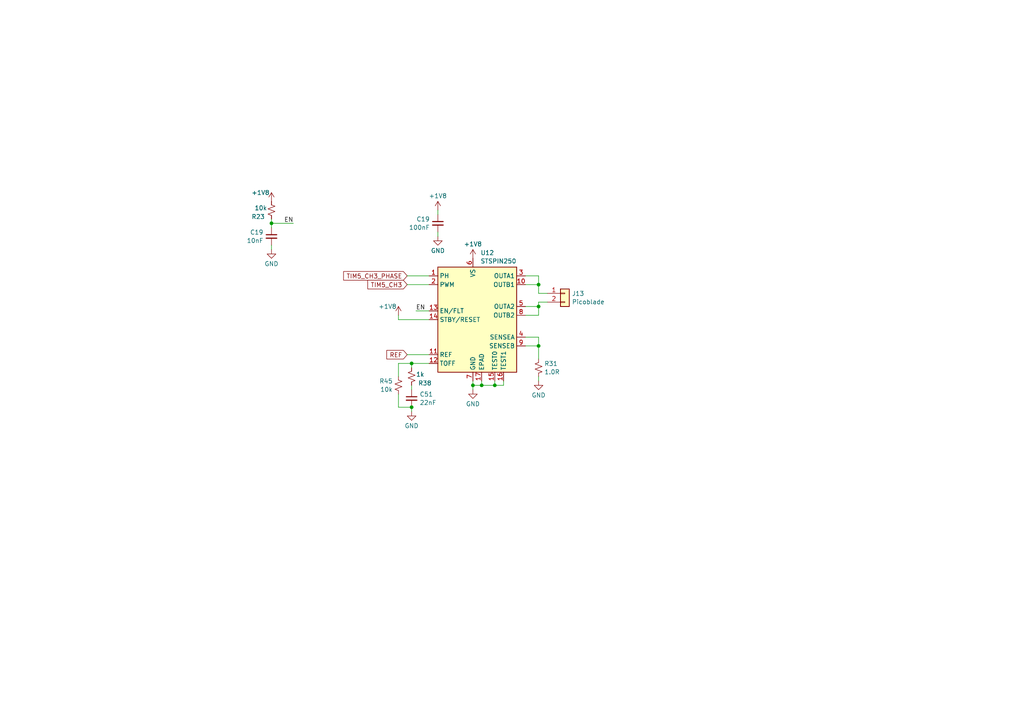
<source format=kicad_sch>
(kicad_sch (version 20230121) (generator eeschema)

  (uuid d3ae3c29-a710-4f7b-94c4-9f99cb159c5b)

  (paper "A4")

  (lib_symbols
    (symbol "Connector_Generic:Conn_01x02" (pin_names (offset 1.016) hide) (in_bom yes) (on_board yes)
      (property "Reference" "J" (at 0 2.54 0)
        (effects (font (size 1.27 1.27)))
      )
      (property "Value" "Conn_01x02" (at 0 -5.08 0)
        (effects (font (size 1.27 1.27)))
      )
      (property "Footprint" "" (at 0 0 0)
        (effects (font (size 1.27 1.27)) hide)
      )
      (property "Datasheet" "~" (at 0 0 0)
        (effects (font (size 1.27 1.27)) hide)
      )
      (property "ki_keywords" "connector" (at 0 0 0)
        (effects (font (size 1.27 1.27)) hide)
      )
      (property "ki_description" "Generic connector, single row, 01x02, script generated (kicad-library-utils/schlib/autogen/connector/)" (at 0 0 0)
        (effects (font (size 1.27 1.27)) hide)
      )
      (property "ki_fp_filters" "Connector*:*_1x??_*" (at 0 0 0)
        (effects (font (size 1.27 1.27)) hide)
      )
      (symbol "Conn_01x02_1_1"
        (rectangle (start -1.27 -2.413) (end 0 -2.667)
          (stroke (width 0.1524) (type default))
          (fill (type none))
        )
        (rectangle (start -1.27 0.127) (end 0 -0.127)
          (stroke (width 0.1524) (type default))
          (fill (type none))
        )
        (rectangle (start -1.27 1.27) (end 1.27 -3.81)
          (stroke (width 0.254) (type default))
          (fill (type background))
        )
        (pin passive line (at -5.08 0 0) (length 3.81)
          (name "Pin_1" (effects (font (size 1.27 1.27))))
          (number "1" (effects (font (size 1.27 1.27))))
        )
        (pin passive line (at -5.08 -2.54 0) (length 3.81)
          (name "Pin_2" (effects (font (size 1.27 1.27))))
          (number "2" (effects (font (size 1.27 1.27))))
        )
      )
    )
    (symbol "Device:C_Small" (pin_numbers hide) (pin_names (offset 0.254) hide) (in_bom yes) (on_board yes)
      (property "Reference" "C" (at 0.254 1.778 0)
        (effects (font (size 1.27 1.27)) (justify left))
      )
      (property "Value" "C_Small" (at 0.254 -2.032 0)
        (effects (font (size 1.27 1.27)) (justify left))
      )
      (property "Footprint" "" (at 0 0 0)
        (effects (font (size 1.27 1.27)) hide)
      )
      (property "Datasheet" "~" (at 0 0 0)
        (effects (font (size 1.27 1.27)) hide)
      )
      (property "ki_keywords" "capacitor cap" (at 0 0 0)
        (effects (font (size 1.27 1.27)) hide)
      )
      (property "ki_description" "Unpolarized capacitor, small symbol" (at 0 0 0)
        (effects (font (size 1.27 1.27)) hide)
      )
      (property "ki_fp_filters" "C_*" (at 0 0 0)
        (effects (font (size 1.27 1.27)) hide)
      )
      (symbol "C_Small_0_1"
        (polyline
          (pts
            (xy -1.524 -0.508)
            (xy 1.524 -0.508)
          )
          (stroke (width 0.3302) (type default))
          (fill (type none))
        )
        (polyline
          (pts
            (xy -1.524 0.508)
            (xy 1.524 0.508)
          )
          (stroke (width 0.3048) (type default))
          (fill (type none))
        )
      )
      (symbol "C_Small_1_1"
        (pin passive line (at 0 2.54 270) (length 2.032)
          (name "~" (effects (font (size 1.27 1.27))))
          (number "1" (effects (font (size 1.27 1.27))))
        )
        (pin passive line (at 0 -2.54 90) (length 2.032)
          (name "~" (effects (font (size 1.27 1.27))))
          (number "2" (effects (font (size 1.27 1.27))))
        )
      )
    )
    (symbol "Device:R_Small_US" (pin_numbers hide) (pin_names (offset 0.254) hide) (in_bom yes) (on_board yes)
      (property "Reference" "R" (at 0.762 0.508 0)
        (effects (font (size 1.27 1.27)) (justify left))
      )
      (property "Value" "R_Small_US" (at 0.762 -1.016 0)
        (effects (font (size 1.27 1.27)) (justify left))
      )
      (property "Footprint" "" (at 0 0 0)
        (effects (font (size 1.27 1.27)) hide)
      )
      (property "Datasheet" "~" (at 0 0 0)
        (effects (font (size 1.27 1.27)) hide)
      )
      (property "ki_keywords" "r resistor" (at 0 0 0)
        (effects (font (size 1.27 1.27)) hide)
      )
      (property "ki_description" "Resistor, small US symbol" (at 0 0 0)
        (effects (font (size 1.27 1.27)) hide)
      )
      (property "ki_fp_filters" "R_*" (at 0 0 0)
        (effects (font (size 1.27 1.27)) hide)
      )
      (symbol "R_Small_US_1_1"
        (polyline
          (pts
            (xy 0 0)
            (xy 1.016 -0.381)
            (xy 0 -0.762)
            (xy -1.016 -1.143)
            (xy 0 -1.524)
          )
          (stroke (width 0) (type default))
          (fill (type none))
        )
        (polyline
          (pts
            (xy 0 1.524)
            (xy 1.016 1.143)
            (xy 0 0.762)
            (xy -1.016 0.381)
            (xy 0 0)
          )
          (stroke (width 0) (type default))
          (fill (type none))
        )
        (pin passive line (at 0 2.54 270) (length 1.016)
          (name "~" (effects (font (size 1.27 1.27))))
          (number "1" (effects (font (size 1.27 1.27))))
        )
        (pin passive line (at 0 -2.54 90) (length 1.016)
          (name "~" (effects (font (size 1.27 1.27))))
          (number "2" (effects (font (size 1.27 1.27))))
        )
      )
    )
    (symbol "components_2:STSPIN250" (in_bom yes) (on_board yes)
      (property "Reference" "U" (at 6.35 21.59 0)
        (effects (font (size 1.27 1.27)))
      )
      (property "Value" "STSPIN250" (at 11.43 19.05 0)
        (effects (font (size 1.27 1.27)))
      )
      (property "Footprint" "" (at 0 24.13 0)
        (effects (font (size 1.27 1.27)) hide)
      )
      (property "Datasheet" "" (at 0 24.13 0)
        (effects (font (size 1.27 1.27)) hide)
      )
      (symbol "STSPIN250_0_1"
        (rectangle (start -10.16 15.24) (end 12.7 -15.24)
          (stroke (width 0.254) (type default))
          (fill (type background))
        )
      )
      (symbol "STSPIN250_1_1"
        (pin input line (at -12.7 12.7 0) (length 2.54)
          (name "PH" (effects (font (size 1.27 1.27))))
          (number "1" (effects (font (size 1.27 1.27))))
        )
        (pin power_out line (at 15.24 10.16 180) (length 2.54)
          (name "OUTB1" (effects (font (size 1.27 1.27))))
          (number "10" (effects (font (size 1.27 1.27))))
        )
        (pin input line (at -12.7 -10.16 0) (length 2.54)
          (name "REF" (effects (font (size 1.27 1.27))))
          (number "11" (effects (font (size 1.27 1.27))))
        )
        (pin input line (at -12.7 -12.7 0) (length 2.54)
          (name "TOFF" (effects (font (size 1.27 1.27))))
          (number "12" (effects (font (size 1.27 1.27))))
        )
        (pin bidirectional line (at -12.7 2.54 0) (length 2.54)
          (name "EN/FLT" (effects (font (size 1.27 1.27))))
          (number "13" (effects (font (size 1.27 1.27))))
        )
        (pin input line (at -12.7 0 0) (length 2.54)
          (name "STBY/RESET" (effects (font (size 1.27 1.27))))
          (number "14" (effects (font (size 1.27 1.27))))
        )
        (pin input line (at 6.35 -17.78 90) (length 2.54)
          (name "TEST0" (effects (font (size 1.27 1.27))))
          (number "15" (effects (font (size 1.27 1.27))))
        )
        (pin input line (at 8.89 -17.78 90) (length 2.54)
          (name "TEST1" (effects (font (size 1.27 1.27))))
          (number "16" (effects (font (size 1.27 1.27))))
        )
        (pin power_in line (at 2.54 -17.78 90) (length 2.54)
          (name "EPAD" (effects (font (size 1.27 1.27))))
          (number "17" (effects (font (size 1.27 1.27))))
        )
        (pin input line (at -12.7 10.16 0) (length 2.54)
          (name "PWM" (effects (font (size 1.27 1.27))))
          (number "2" (effects (font (size 1.27 1.27))))
        )
        (pin power_out line (at 15.24 12.7 180) (length 2.54)
          (name "OUTA1" (effects (font (size 1.27 1.27))))
          (number "3" (effects (font (size 1.27 1.27))))
        )
        (pin power_out line (at 15.24 -5.08 180) (length 2.54)
          (name "SENSEA" (effects (font (size 1.27 1.27))))
          (number "4" (effects (font (size 1.27 1.27))))
        )
        (pin power_out line (at 15.24 3.81 180) (length 2.54)
          (name "OUTA2" (effects (font (size 1.27 1.27))))
          (number "5" (effects (font (size 1.27 1.27))))
        )
        (pin power_in line (at 0 17.78 270) (length 2.54)
          (name "VS" (effects (font (size 1.27 1.27))))
          (number "6" (effects (font (size 1.27 1.27))))
        )
        (pin power_in line (at 0 -17.78 90) (length 2.54)
          (name "GND" (effects (font (size 1.27 1.27))))
          (number "7" (effects (font (size 1.27 1.27))))
        )
        (pin power_out line (at 15.24 1.27 180) (length 2.54)
          (name "OUTB2" (effects (font (size 1.27 1.27))))
          (number "8" (effects (font (size 1.27 1.27))))
        )
        (pin power_out line (at 15.24 -7.62 180) (length 2.54)
          (name "SENSEB" (effects (font (size 1.27 1.27))))
          (number "9" (effects (font (size 1.27 1.27))))
        )
      )
    )
    (symbol "power:+1V8" (power) (pin_names (offset 0)) (in_bom yes) (on_board yes)
      (property "Reference" "#PWR" (at 0 -3.81 0)
        (effects (font (size 1.27 1.27)) hide)
      )
      (property "Value" "+1V8" (at 0 3.556 0)
        (effects (font (size 1.27 1.27)))
      )
      (property "Footprint" "" (at 0 0 0)
        (effects (font (size 1.27 1.27)) hide)
      )
      (property "Datasheet" "" (at 0 0 0)
        (effects (font (size 1.27 1.27)) hide)
      )
      (property "ki_keywords" "global power" (at 0 0 0)
        (effects (font (size 1.27 1.27)) hide)
      )
      (property "ki_description" "Power symbol creates a global label with name \"+1V8\"" (at 0 0 0)
        (effects (font (size 1.27 1.27)) hide)
      )
      (symbol "+1V8_0_1"
        (polyline
          (pts
            (xy -0.762 1.27)
            (xy 0 2.54)
          )
          (stroke (width 0) (type default))
          (fill (type none))
        )
        (polyline
          (pts
            (xy 0 0)
            (xy 0 2.54)
          )
          (stroke (width 0) (type default))
          (fill (type none))
        )
        (polyline
          (pts
            (xy 0 2.54)
            (xy 0.762 1.27)
          )
          (stroke (width 0) (type default))
          (fill (type none))
        )
      )
      (symbol "+1V8_1_1"
        (pin power_in line (at 0 0 90) (length 0) hide
          (name "+1V8" (effects (font (size 1.27 1.27))))
          (number "1" (effects (font (size 1.27 1.27))))
        )
      )
    )
    (symbol "power:GND" (power) (pin_names (offset 0)) (in_bom yes) (on_board yes)
      (property "Reference" "#PWR" (at 0 -6.35 0)
        (effects (font (size 1.27 1.27)) hide)
      )
      (property "Value" "GND" (at 0 -3.81 0)
        (effects (font (size 1.27 1.27)))
      )
      (property "Footprint" "" (at 0 0 0)
        (effects (font (size 1.27 1.27)) hide)
      )
      (property "Datasheet" "" (at 0 0 0)
        (effects (font (size 1.27 1.27)) hide)
      )
      (property "ki_keywords" "global power" (at 0 0 0)
        (effects (font (size 1.27 1.27)) hide)
      )
      (property "ki_description" "Power symbol creates a global label with name \"GND\" , ground" (at 0 0 0)
        (effects (font (size 1.27 1.27)) hide)
      )
      (symbol "GND_0_1"
        (polyline
          (pts
            (xy 0 0)
            (xy 0 -1.27)
            (xy 1.27 -1.27)
            (xy 0 -2.54)
            (xy -1.27 -1.27)
            (xy 0 -1.27)
          )
          (stroke (width 0) (type default))
          (fill (type none))
        )
      )
      (symbol "GND_1_1"
        (pin power_in line (at 0 0 270) (length 0) hide
          (name "GND" (effects (font (size 1.27 1.27))))
          (number "1" (effects (font (size 1.27 1.27))))
        )
      )
    )
  )

  (junction (at 78.74 64.77) (diameter 0) (color 0 0 0 0)
    (uuid 3025f5fe-aa4c-4da0-9d7c-06d5faf26e97)
  )
  (junction (at 156.21 88.9) (diameter 0) (color 0 0 0 0)
    (uuid 434cb4db-e008-497a-ac75-29356549856d)
  )
  (junction (at 156.21 82.55) (diameter 0) (color 0 0 0 0)
    (uuid 73c65292-b353-4b6d-8478-edeff7afb8c7)
  )
  (junction (at 119.38 118.11) (diameter 0) (color 0 0 0 0)
    (uuid 94b6b8c9-8047-4795-9a9c-fb7cd95c839f)
  )
  (junction (at 156.21 100.33) (diameter 0) (color 0 0 0 0)
    (uuid a7a6fb4e-42d6-42a7-bbf0-d6c88e0348fa)
  )
  (junction (at 143.51 111.76) (diameter 0) (color 0 0 0 0)
    (uuid b3b1cf1f-3840-4d7e-9047-79997c3d87d6)
  )
  (junction (at 137.16 111.76) (diameter 0) (color 0 0 0 0)
    (uuid cbccabf5-514d-4f33-a5e2-8afd2e5196d0)
  )
  (junction (at 119.38 105.41) (diameter 0) (color 0 0 0 0)
    (uuid e8e8b19e-38ee-46f6-abe7-2eb9415a0c45)
  )
  (junction (at 139.7 111.76) (diameter 0) (color 0 0 0 0)
    (uuid ef668624-f822-4384-8bde-da48dda47b2b)
  )

  (wire (pts (xy 158.75 87.63) (xy 156.21 87.63))
    (stroke (width 0) (type default))
    (uuid 03cd1acd-860c-41b6-a0cf-6e5051d36e0a)
  )
  (wire (pts (xy 119.38 119.38) (xy 119.38 118.11))
    (stroke (width 0) (type default))
    (uuid 0b449ecc-9c82-4820-8698-d2d4d1a6b484)
  )
  (wire (pts (xy 152.4 91.44) (xy 156.21 91.44))
    (stroke (width 0) (type default))
    (uuid 0eadbab4-a729-4a40-b7f8-df60fec4a64f)
  )
  (wire (pts (xy 115.57 92.71) (xy 124.46 92.71))
    (stroke (width 0) (type default))
    (uuid 0f466d35-9b0b-4ceb-b8cd-ea19adb3e898)
  )
  (wire (pts (xy 118.11 82.55) (xy 124.46 82.55))
    (stroke (width 0) (type default))
    (uuid 1281a0fa-e230-4f2c-b73b-ca4cd9a7265b)
  )
  (wire (pts (xy 143.51 111.76) (xy 143.51 110.49))
    (stroke (width 0) (type default))
    (uuid 19da91f9-6a5f-48be-9fcf-aa2467619f8e)
  )
  (wire (pts (xy 78.74 64.77) (xy 78.74 66.04))
    (stroke (width 0) (type default))
    (uuid 1ae48592-6f7e-4b08-aba9-ea62677f6f8d)
  )
  (wire (pts (xy 156.21 100.33) (xy 156.21 104.14))
    (stroke (width 0) (type default))
    (uuid 1b9f4e11-f494-4182-b389-bc772a267783)
  )
  (wire (pts (xy 115.57 105.41) (xy 119.38 105.41))
    (stroke (width 0) (type default))
    (uuid 20724527-7776-4670-b0cc-9f7d650e952e)
  )
  (wire (pts (xy 156.21 97.79) (xy 156.21 100.33))
    (stroke (width 0) (type default))
    (uuid 23522f3e-82c7-4660-bf36-698bed9ff747)
  )
  (wire (pts (xy 115.57 105.41) (xy 115.57 109.22))
    (stroke (width 0) (type default))
    (uuid 266f7f8c-85f0-4bfc-ac14-3e43d1278dbb)
  )
  (wire (pts (xy 118.11 102.87) (xy 124.46 102.87))
    (stroke (width 0) (type default))
    (uuid 281cc014-5e66-4632-bf75-9540f4ceba37)
  )
  (wire (pts (xy 78.74 71.12) (xy 78.74 72.39))
    (stroke (width 0) (type default))
    (uuid 28db8b22-e175-40aa-b9e3-d4cf681cebe0)
  )
  (wire (pts (xy 139.7 111.76) (xy 143.51 111.76))
    (stroke (width 0) (type default))
    (uuid 2c7a6d3a-27d4-47e9-a4c8-a2f54c3346dd)
  )
  (wire (pts (xy 115.57 91.44) (xy 115.57 92.71))
    (stroke (width 0) (type default))
    (uuid 2e373b68-696b-43be-8c67-9f63ce48e298)
  )
  (wire (pts (xy 119.38 111.76) (xy 119.38 113.03))
    (stroke (width 0) (type default))
    (uuid 2e7aa4f7-2f59-45c0-9c9e-df1fa5d386ac)
  )
  (wire (pts (xy 78.74 64.77) (xy 85.09 64.77))
    (stroke (width 0) (type default))
    (uuid 3f5fbfeb-40f5-44ac-b719-cc9fc6a05ae2)
  )
  (wire (pts (xy 156.21 88.9) (xy 156.21 91.44))
    (stroke (width 0) (type default))
    (uuid 445ea813-6607-4352-8695-0473fe659a8a)
  )
  (wire (pts (xy 137.16 111.76) (xy 137.16 113.03))
    (stroke (width 0) (type default))
    (uuid 45a19862-9131-4617-be6d-7f257a3c5054)
  )
  (wire (pts (xy 139.7 111.76) (xy 139.7 110.49))
    (stroke (width 0) (type default))
    (uuid 487c0dd1-8201-4f33-b8f2-393144b038f8)
  )
  (wire (pts (xy 146.05 111.76) (xy 146.05 110.49))
    (stroke (width 0) (type default))
    (uuid 4ce01599-ccbc-4594-b42d-d099858787a8)
  )
  (wire (pts (xy 137.16 110.49) (xy 137.16 111.76))
    (stroke (width 0) (type default))
    (uuid 603a7429-cd78-4607-ab5d-caf3dfa7385e)
  )
  (wire (pts (xy 156.21 85.09) (xy 158.75 85.09))
    (stroke (width 0) (type default))
    (uuid 6d3e1bae-fd32-4e05-b28b-78396ec183c2)
  )
  (wire (pts (xy 127 67.31) (xy 127 68.58))
    (stroke (width 0) (type default))
    (uuid 78851fe2-9688-4dbc-9a81-e27ce981c1f3)
  )
  (wire (pts (xy 156.21 82.55) (xy 156.21 85.09))
    (stroke (width 0) (type default))
    (uuid 815d45b0-8540-4fa8-8a69-4ab3476e3638)
  )
  (wire (pts (xy 152.4 82.55) (xy 156.21 82.55))
    (stroke (width 0) (type default))
    (uuid 911ea3c5-c522-48e4-b8b7-ffe02eb55a93)
  )
  (wire (pts (xy 143.51 111.76) (xy 146.05 111.76))
    (stroke (width 0) (type default))
    (uuid 91d6b792-46f7-47f9-91e4-44f1397bc96d)
  )
  (wire (pts (xy 152.4 97.79) (xy 156.21 97.79))
    (stroke (width 0) (type default))
    (uuid a13d80eb-dd9f-4a70-b224-482e1c96e3df)
  )
  (wire (pts (xy 156.21 88.9) (xy 152.4 88.9))
    (stroke (width 0) (type default))
    (uuid a660deba-e634-41a5-9be9-1acdd54ca362)
  )
  (wire (pts (xy 152.4 100.33) (xy 156.21 100.33))
    (stroke (width 0) (type default))
    (uuid b7184f51-76fc-4818-af53-3af825e81bd1)
  )
  (wire (pts (xy 118.11 80.01) (xy 124.46 80.01))
    (stroke (width 0) (type default))
    (uuid b829d1f5-a73a-4e7f-bc3d-2177367c581b)
  )
  (wire (pts (xy 115.57 118.11) (xy 119.38 118.11))
    (stroke (width 0) (type default))
    (uuid c318da2f-fddf-4636-993e-5bc7cca1beac)
  )
  (wire (pts (xy 156.21 80.01) (xy 156.21 82.55))
    (stroke (width 0) (type default))
    (uuid df2ba190-63ee-43e9-80ec-603bc7b1877f)
  )
  (wire (pts (xy 137.16 111.76) (xy 139.7 111.76))
    (stroke (width 0) (type default))
    (uuid e3059f48-6eba-4772-a1e5-7160201bb03c)
  )
  (wire (pts (xy 120.65 90.17) (xy 124.46 90.17))
    (stroke (width 0) (type default))
    (uuid e9a31b84-fa76-47dc-b181-4530f0359c14)
  )
  (wire (pts (xy 156.21 109.22) (xy 156.21 110.49))
    (stroke (width 0) (type default))
    (uuid eb020714-22ff-400a-b95c-78631cd48784)
  )
  (wire (pts (xy 119.38 105.41) (xy 119.38 106.68))
    (stroke (width 0) (type default))
    (uuid f1eb8655-58c5-4a22-8f79-c4cc1f1bf9d1)
  )
  (wire (pts (xy 127 60.96) (xy 127 62.23))
    (stroke (width 0) (type default))
    (uuid f720122c-4380-418b-9614-9675d2e484e4)
  )
  (wire (pts (xy 115.57 114.3) (xy 115.57 118.11))
    (stroke (width 0) (type default))
    (uuid f7316a7e-2476-4819-8fb7-96fb7a77e1e5)
  )
  (wire (pts (xy 119.38 105.41) (xy 124.46 105.41))
    (stroke (width 0) (type default))
    (uuid f7a28afd-0294-4a52-a35d-87b0cb052b0f)
  )
  (wire (pts (xy 156.21 87.63) (xy 156.21 88.9))
    (stroke (width 0) (type default))
    (uuid fd07932c-b6c9-4dc1-bdde-48111e3bddea)
  )
  (wire (pts (xy 152.4 80.01) (xy 156.21 80.01))
    (stroke (width 0) (type default))
    (uuid fd3999ed-52e0-460b-b2ea-b4287d468792)
  )
  (wire (pts (xy 78.74 63.5) (xy 78.74 64.77))
    (stroke (width 0) (type default))
    (uuid ff846b96-2e9a-4235-8af6-a38f645e720d)
  )

  (label "EN" (at 85.09 64.77 180) (fields_autoplaced)
    (effects (font (size 1.27 1.27)) (justify right bottom))
    (uuid 121d802a-0ad0-4dfc-aed5-c398b8dc41c5)
  )
  (label "EN" (at 120.65 90.17 0) (fields_autoplaced)
    (effects (font (size 1.27 1.27)) (justify left bottom))
    (uuid cc3ae181-a2dc-4730-89a8-d239b9afe088)
  )

  (global_label "TIM5_CH3_PHASE" (shape input) (at 118.11 80.01 180) (fields_autoplaced)
    (effects (font (size 1.27 1.27)) (justify right))
    (uuid b42b70c0-45aa-4ea5-bc8a-2ff4008258e0)
    (property "Intersheetrefs" "${INTERSHEET_REFS}" (at 99.0987 80.01 0)
      (effects (font (size 1.27 1.27)) (justify right) hide)
    )
  )
  (global_label "TIM5_CH3" (shape input) (at 118.11 82.55 180) (fields_autoplaced)
    (effects (font (size 1.27 1.27)) (justify right))
    (uuid ba4eb620-7947-4021-8d1e-cc3258fa28cb)
    (property "Intersheetrefs" "${INTERSHEET_REFS}" (at 106.1139 82.55 0)
      (effects (font (size 1.27 1.27)) (justify right) hide)
    )
  )
  (global_label "REF" (shape input) (at 118.11 102.87 180) (fields_autoplaced)
    (effects (font (size 1.27 1.27)) (justify right))
    (uuid d9da7ab5-11df-476c-9cb6-cb764e60c5be)
    (property "Intersheetrefs" "${INTERSHEET_REFS}" (at 111.6172 102.87 0)
      (effects (font (size 1.27 1.27)) (justify right) hide)
    )
  )

  (symbol (lib_id "components_2:STSPIN250") (at 137.16 92.71 0) (unit 1)
    (in_bom yes) (on_board yes) (dnp no) (fields_autoplaced)
    (uuid 19eeca92-6ca8-4a31-b672-8fde65669788)
    (property "Reference" "U12" (at 139.3541 73.3257 0)
      (effects (font (size 1.27 1.27)) (justify left))
    )
    (property "Value" "STSPIN250" (at 139.3541 75.7499 0)
      (effects (font (size 1.27 1.27)) (justify left))
    )
    (property "Footprint" "Ultra_librarian:VFQFPN16_STSPIN_STM" (at 137.16 68.58 0)
      (effects (font (size 1.27 1.27)) hide)
    )
    (property "Datasheet" "" (at 137.16 68.58 0)
      (effects (font (size 1.27 1.27)) hide)
    )
    (property "LCSC" "C155561" (at 137.16 92.71 0)
      (effects (font (size 1.27 1.27)) hide)
    )
    (pin "1" (uuid e46c6c14-ad89-41e7-8adc-19629b9363a5))
    (pin "10" (uuid 97811da0-6c20-4a56-8acc-ede948d652a4))
    (pin "11" (uuid 6cd8da83-5e41-42b5-9795-1502d753ce59))
    (pin "12" (uuid 5072d2bc-849c-45b0-86a6-f246efd8c396))
    (pin "13" (uuid 4e2c5edb-598c-4673-981e-bcf1a29386c7))
    (pin "14" (uuid ed236e16-818c-40c0-8947-e853eeccb1af))
    (pin "15" (uuid 027bc0af-25d8-4ee4-b50a-e4daa7fb83c4))
    (pin "16" (uuid 1f78152d-2d05-4851-8d13-4c6d33a2c056))
    (pin "17" (uuid 2a41c778-4014-4d8b-a467-265f45364098))
    (pin "2" (uuid d0ed151e-5bd0-4e9e-9f18-83566a9c2c95))
    (pin "3" (uuid e5cded07-f179-4277-acae-df617063fae1))
    (pin "4" (uuid 7dcbdaa4-9ce3-441b-bc2b-1453d2e23489))
    (pin "5" (uuid 73c7dc44-4717-45ba-9c72-8d83ddba3050))
    (pin "6" (uuid b625d927-c8b1-4d35-b443-f77956de00b2))
    (pin "7" (uuid fac90f5f-7773-4d00-a29d-cf122037bab4))
    (pin "8" (uuid a5d3c886-c924-40c6-89f2-10d7a9adb180))
    (pin "9" (uuid 917c6d82-403f-49be-8bb7-e6186ace1d0d))
    (instances
      (project "KASM_PCB_REV1"
        (path "/bcd76057-59fd-41c5-bb52-9bafb2ef74e0/04e958db-aa3d-41e7-905b-1283accbf3a5"
          (reference "U12") (unit 1)
        )
        (path "/bcd76057-59fd-41c5-bb52-9bafb2ef74e0/04e958db-aa3d-41e7-905b-1283accbf3a5/18dc00ae-3159-4780-b672-12977f79e5ac"
          (reference "U5") (unit 1)
        )
        (path "/bcd76057-59fd-41c5-bb52-9bafb2ef74e0/04e958db-aa3d-41e7-905b-1283accbf3a5/0e4a8bf2-0dd0-4daf-93f5-21aaab6e9079"
          (reference "U12") (unit 1)
        )
        (path "/bcd76057-59fd-41c5-bb52-9bafb2ef74e0/04e958db-aa3d-41e7-905b-1283accbf3a5/fa3e3175-0ec2-4c23-918b-18b69f6d22c9"
          (reference "U7") (unit 1)
        )
        (path "/bcd76057-59fd-41c5-bb52-9bafb2ef74e0/04e958db-aa3d-41e7-905b-1283accbf3a5/5eb57887-e81e-4477-9dd7-7aacc0de0d0b"
          (reference "U34") (unit 1)
        )
        (path "/bcd76057-59fd-41c5-bb52-9bafb2ef74e0/04e958db-aa3d-41e7-905b-1283accbf3a5/e0928f68-e618-4bed-a90d-d4217e4537fe"
          (reference "U35") (unit 1)
        )
        (path "/bcd76057-59fd-41c5-bb52-9bafb2ef74e0/04e958db-aa3d-41e7-905b-1283accbf3a5/035548b8-a31f-4ce4-88ad-eb25e49c8086"
          (reference "U36") (unit 1)
        )
        (path "/bcd76057-59fd-41c5-bb52-9bafb2ef74e0/04e958db-aa3d-41e7-905b-1283accbf3a5/ea7abcee-3bcc-4e0d-ba1f-bfc5afeaff56"
          (reference "U37") (unit 1)
        )
        (path "/bcd76057-59fd-41c5-bb52-9bafb2ef74e0/04e958db-aa3d-41e7-905b-1283accbf3a5/d43b2610-0e88-49f5-accf-91021c3a3747"
          (reference "U38") (unit 1)
        )
        (path "/bcd76057-59fd-41c5-bb52-9bafb2ef74e0/04e958db-aa3d-41e7-905b-1283accbf3a5/183aa310-3222-4137-baac-257f5699b820"
          (reference "U39") (unit 1)
        )
        (path "/bcd76057-59fd-41c5-bb52-9bafb2ef74e0/04e958db-aa3d-41e7-905b-1283accbf3a5/517c7ed0-094c-4bf8-893e-b74da427973a"
          (reference "U40") (unit 1)
        )
        (path "/bcd76057-59fd-41c5-bb52-9bafb2ef74e0/04e958db-aa3d-41e7-905b-1283accbf3a5/31bee4a8-b94d-44ab-a7b7-0e5ab7943934"
          (reference "U41") (unit 1)
        )
        (path "/bcd76057-59fd-41c5-bb52-9bafb2ef74e0/04e958db-aa3d-41e7-905b-1283accbf3a5/3c7f0f67-84e4-46e0-ae69-a3c8008fc518"
          (reference "U42") (unit 1)
        )
        (path "/bcd76057-59fd-41c5-bb52-9bafb2ef74e0/04e958db-aa3d-41e7-905b-1283accbf3a5/09624144-9abc-4214-b8b3-19be92fa01bb"
          (reference "U43") (unit 1)
        )
        (path "/bcd76057-59fd-41c5-bb52-9bafb2ef74e0/04e958db-aa3d-41e7-905b-1283accbf3a5/debcf873-ffd9-4218-a838-354e10f40114"
          (reference "U44") (unit 1)
        )
        (path "/bcd76057-59fd-41c5-bb52-9bafb2ef74e0/04e958db-aa3d-41e7-905b-1283accbf3a5/f3d20732-cdac-44e3-a331-3cd31b97ff57"
          (reference "U45") (unit 1)
        )
        (path "/bcd76057-59fd-41c5-bb52-9bafb2ef74e0/04e958db-aa3d-41e7-905b-1283accbf3a5/2f342150-1aa1-4808-811e-c8652a7360ed"
          (reference "U47") (unit 1)
        )
        (path "/bcd76057-59fd-41c5-bb52-9bafb2ef74e0/04e958db-aa3d-41e7-905b-1283accbf3a5/880b3b36-85e8-4c3c-aa09-491ac2842d9f"
          (reference "U48") (unit 1)
        )
        (path "/bcd76057-59fd-41c5-bb52-9bafb2ef74e0/04e958db-aa3d-41e7-905b-1283accbf3a5/a00a6dc6-5da7-4e1f-b4ec-6af8efc204f4"
          (reference "U49") (unit 1)
        )
        (path "/bcd76057-59fd-41c5-bb52-9bafb2ef74e0/04e958db-aa3d-41e7-905b-1283accbf3a5/fb97f32a-344e-42d0-80a3-2f30f649c95b"
          (reference "U50") (unit 1)
        )
        (path "/bcd76057-59fd-41c5-bb52-9bafb2ef74e0/04e958db-aa3d-41e7-905b-1283accbf3a5/758d2951-640e-4c88-be12-1a100eb086a5"
          (reference "U51") (unit 1)
        )
        (path "/bcd76057-59fd-41c5-bb52-9bafb2ef74e0/04e958db-aa3d-41e7-905b-1283accbf3a5/1e6d7f69-4122-453e-9254-d2339f5150d7"
          (reference "U52") (unit 1)
        )
        (path "/bcd76057-59fd-41c5-bb52-9bafb2ef74e0/04e958db-aa3d-41e7-905b-1283accbf3a5/cc8e9e82-b38f-4c96-81d0-3ca8ac77f771"
          (reference "U53") (unit 1)
        )
        (path "/bcd76057-59fd-41c5-bb52-9bafb2ef74e0/04e958db-aa3d-41e7-905b-1283accbf3a5/b1894ed9-6a63-4439-a2e8-1827c3e49ee7"
          (reference "U54") (unit 1)
        )
        (path "/bcd76057-59fd-41c5-bb52-9bafb2ef74e0/04e958db-aa3d-41e7-905b-1283accbf3a5/a49d49c7-da1f-4137-a620-bdc9f58595d1"
          (reference "U55") (unit 1)
        )
        (path "/bcd76057-59fd-41c5-bb52-9bafb2ef74e0/04e958db-aa3d-41e7-905b-1283accbf3a5/80cd4e08-0efe-488f-8e92-54beb1b4d1f2"
          (reference "U56") (unit 1)
        )
        (path "/bcd76057-59fd-41c5-bb52-9bafb2ef74e0/04e958db-aa3d-41e7-905b-1283accbf3a5/317da025-5f62-4c93-8d06-7954e608af1c"
          (reference "U57") (unit 1)
        )
        (path "/bcd76057-59fd-41c5-bb52-9bafb2ef74e0/04e958db-aa3d-41e7-905b-1283accbf3a5/d282b751-7721-4014-b2b7-469980c2fd3d"
          (reference "U46") (unit 1)
        )
      )
    )
  )

  (symbol (lib_id "power:GND") (at 119.38 119.38 0) (unit 1)
    (in_bom yes) (on_board yes) (dnp no)
    (uuid 1b560aea-f1d1-4242-9055-9226e0b1f112)
    (property "Reference" "#PWR0113" (at 119.38 125.73 0)
      (effects (font (size 1.27 1.27)) hide)
    )
    (property "Value" "GND" (at 119.38 123.5131 0)
      (effects (font (size 1.27 1.27)))
    )
    (property "Footprint" "" (at 119.38 119.38 0)
      (effects (font (size 1.27 1.27)) hide)
    )
    (property "Datasheet" "" (at 119.38 119.38 0)
      (effects (font (size 1.27 1.27)) hide)
    )
    (pin "1" (uuid 4637a27a-c5c6-4311-b6dc-3fecae4bd51a))
    (instances
      (project "KASM_PCB_REV1"
        (path "/bcd76057-59fd-41c5-bb52-9bafb2ef74e0/04e958db-aa3d-41e7-905b-1283accbf3a5"
          (reference "#PWR0113") (unit 1)
        )
        (path "/bcd76057-59fd-41c5-bb52-9bafb2ef74e0/04e958db-aa3d-41e7-905b-1283accbf3a5/18dc00ae-3159-4780-b672-12977f79e5ac"
          (reference "#PWR0106") (unit 1)
        )
        (path "/bcd76057-59fd-41c5-bb52-9bafb2ef74e0/04e958db-aa3d-41e7-905b-1283accbf3a5/0e4a8bf2-0dd0-4daf-93f5-21aaab6e9079"
          (reference "#PWR0262") (unit 1)
        )
        (path "/bcd76057-59fd-41c5-bb52-9bafb2ef74e0/04e958db-aa3d-41e7-905b-1283accbf3a5/fa3e3175-0ec2-4c23-918b-18b69f6d22c9"
          (reference "#PWR0108") (unit 1)
        )
        (path "/bcd76057-59fd-41c5-bb52-9bafb2ef74e0/04e958db-aa3d-41e7-905b-1283accbf3a5/5eb57887-e81e-4477-9dd7-7aacc0de0d0b"
          (reference "#PWR0269") (unit 1)
        )
        (path "/bcd76057-59fd-41c5-bb52-9bafb2ef74e0/04e958db-aa3d-41e7-905b-1283accbf3a5/e0928f68-e618-4bed-a90d-d4217e4537fe"
          (reference "#PWR0276") (unit 1)
        )
        (path "/bcd76057-59fd-41c5-bb52-9bafb2ef74e0/04e958db-aa3d-41e7-905b-1283accbf3a5/035548b8-a31f-4ce4-88ad-eb25e49c8086"
          (reference "#PWR0283") (unit 1)
        )
        (path "/bcd76057-59fd-41c5-bb52-9bafb2ef74e0/04e958db-aa3d-41e7-905b-1283accbf3a5/ea7abcee-3bcc-4e0d-ba1f-bfc5afeaff56"
          (reference "#PWR0290") (unit 1)
        )
        (path "/bcd76057-59fd-41c5-bb52-9bafb2ef74e0/04e958db-aa3d-41e7-905b-1283accbf3a5/d43b2610-0e88-49f5-accf-91021c3a3747"
          (reference "#PWR0297") (unit 1)
        )
        (path "/bcd76057-59fd-41c5-bb52-9bafb2ef74e0/04e958db-aa3d-41e7-905b-1283accbf3a5/183aa310-3222-4137-baac-257f5699b820"
          (reference "#PWR0304") (unit 1)
        )
        (path "/bcd76057-59fd-41c5-bb52-9bafb2ef74e0/04e958db-aa3d-41e7-905b-1283accbf3a5/517c7ed0-094c-4bf8-893e-b74da427973a"
          (reference "#PWR0311") (unit 1)
        )
        (path "/bcd76057-59fd-41c5-bb52-9bafb2ef74e0/04e958db-aa3d-41e7-905b-1283accbf3a5/31bee4a8-b94d-44ab-a7b7-0e5ab7943934"
          (reference "#PWR0318") (unit 1)
        )
        (path "/bcd76057-59fd-41c5-bb52-9bafb2ef74e0/04e958db-aa3d-41e7-905b-1283accbf3a5/3c7f0f67-84e4-46e0-ae69-a3c8008fc518"
          (reference "#PWR0325") (unit 1)
        )
        (path "/bcd76057-59fd-41c5-bb52-9bafb2ef74e0/04e958db-aa3d-41e7-905b-1283accbf3a5/09624144-9abc-4214-b8b3-19be92fa01bb"
          (reference "#PWR0332") (unit 1)
        )
        (path "/bcd76057-59fd-41c5-bb52-9bafb2ef74e0/04e958db-aa3d-41e7-905b-1283accbf3a5/debcf873-ffd9-4218-a838-354e10f40114"
          (reference "#PWR0339") (unit 1)
        )
        (path "/bcd76057-59fd-41c5-bb52-9bafb2ef74e0/04e958db-aa3d-41e7-905b-1283accbf3a5/f3d20732-cdac-44e3-a331-3cd31b97ff57"
          (reference "#PWR0346") (unit 1)
        )
        (path "/bcd76057-59fd-41c5-bb52-9bafb2ef74e0/04e958db-aa3d-41e7-905b-1283accbf3a5/2f342150-1aa1-4808-811e-c8652a7360ed"
          (reference "#PWR0360") (unit 1)
        )
        (path "/bcd76057-59fd-41c5-bb52-9bafb2ef74e0/04e958db-aa3d-41e7-905b-1283accbf3a5/880b3b36-85e8-4c3c-aa09-491ac2842d9f"
          (reference "#PWR0367") (unit 1)
        )
        (path "/bcd76057-59fd-41c5-bb52-9bafb2ef74e0/04e958db-aa3d-41e7-905b-1283accbf3a5/a00a6dc6-5da7-4e1f-b4ec-6af8efc204f4"
          (reference "#PWR0374") (unit 1)
        )
        (path "/bcd76057-59fd-41c5-bb52-9bafb2ef74e0/04e958db-aa3d-41e7-905b-1283accbf3a5/fb97f32a-344e-42d0-80a3-2f30f649c95b"
          (reference "#PWR0381") (unit 1)
        )
        (path "/bcd76057-59fd-41c5-bb52-9bafb2ef74e0/04e958db-aa3d-41e7-905b-1283accbf3a5/758d2951-640e-4c88-be12-1a100eb086a5"
          (reference "#PWR0388") (unit 1)
        )
        (path "/bcd76057-59fd-41c5-bb52-9bafb2ef74e0/04e958db-aa3d-41e7-905b-1283accbf3a5/1e6d7f69-4122-453e-9254-d2339f5150d7"
          (reference "#PWR0395") (unit 1)
        )
        (path "/bcd76057-59fd-41c5-bb52-9bafb2ef74e0/04e958db-aa3d-41e7-905b-1283accbf3a5/cc8e9e82-b38f-4c96-81d0-3ca8ac77f771"
          (reference "#PWR0402") (unit 1)
        )
        (path "/bcd76057-59fd-41c5-bb52-9bafb2ef74e0/04e958db-aa3d-41e7-905b-1283accbf3a5/b1894ed9-6a63-4439-a2e8-1827c3e49ee7"
          (reference "#PWR0409") (unit 1)
        )
        (path "/bcd76057-59fd-41c5-bb52-9bafb2ef74e0/04e958db-aa3d-41e7-905b-1283accbf3a5/a49d49c7-da1f-4137-a620-bdc9f58595d1"
          (reference "#PWR0416") (unit 1)
        )
        (path "/bcd76057-59fd-41c5-bb52-9bafb2ef74e0/04e958db-aa3d-41e7-905b-1283accbf3a5/80cd4e08-0efe-488f-8e92-54beb1b4d1f2"
          (reference "#PWR0423") (unit 1)
        )
        (path "/bcd76057-59fd-41c5-bb52-9bafb2ef74e0/04e958db-aa3d-41e7-905b-1283accbf3a5/317da025-5f62-4c93-8d06-7954e608af1c"
          (reference "#PWR0430") (unit 1)
        )
        (path "/bcd76057-59fd-41c5-bb52-9bafb2ef74e0/04e958db-aa3d-41e7-905b-1283accbf3a5/d282b751-7721-4014-b2b7-469980c2fd3d"
          (reference "#PWR0353") (unit 1)
        )
      )
    )
  )

  (symbol (lib_id "Device:R_Small_US") (at 115.57 111.76 0) (unit 1)
    (in_bom yes) (on_board yes) (dnp no)
    (uuid 1c0f638b-f20f-4b2e-b1b4-83a656ba64a2)
    (property "Reference" "R45" (at 113.919 110.5479 0)
      (effects (font (size 1.27 1.27)) (justify right))
    )
    (property "Value" "10k" (at 113.919 112.9721 0)
      (effects (font (size 1.27 1.27)) (justify right))
    )
    (property "Footprint" "Resistor_SMD:R_0402_1005Metric" (at 115.57 111.76 0)
      (effects (font (size 1.27 1.27)) hide)
    )
    (property "Datasheet" "~" (at 115.57 111.76 0)
      (effects (font (size 1.27 1.27)) hide)
    )
    (property "LCSC" "C25744" (at 115.57 111.76 0)
      (effects (font (size 1.27 1.27)) hide)
    )
    (pin "1" (uuid 32b177db-daf9-4a6b-9c8f-4c4a6aa2c23e))
    (pin "2" (uuid 07fe93d4-1469-4ba6-a4b1-0eeff5425a0e))
    (instances
      (project "KASM_PCB_REV1"
        (path "/bcd76057-59fd-41c5-bb52-9bafb2ef74e0/04e958db-aa3d-41e7-905b-1283accbf3a5"
          (reference "R45") (unit 1)
        )
        (path "/bcd76057-59fd-41c5-bb52-9bafb2ef74e0/04e958db-aa3d-41e7-905b-1283accbf3a5/18dc00ae-3159-4780-b672-12977f79e5ac"
          (reference "R45") (unit 1)
        )
        (path "/bcd76057-59fd-41c5-bb52-9bafb2ef74e0/04e958db-aa3d-41e7-905b-1283accbf3a5/0e4a8bf2-0dd0-4daf-93f5-21aaab6e9079"
          (reference "R110") (unit 1)
        )
        (path "/bcd76057-59fd-41c5-bb52-9bafb2ef74e0/04e958db-aa3d-41e7-905b-1283accbf3a5/fa3e3175-0ec2-4c23-918b-18b69f6d22c9"
          (reference "R40") (unit 1)
        )
        (path "/bcd76057-59fd-41c5-bb52-9bafb2ef74e0/04e958db-aa3d-41e7-905b-1283accbf3a5/5eb57887-e81e-4477-9dd7-7aacc0de0d0b"
          (reference "R113") (unit 1)
        )
        (path "/bcd76057-59fd-41c5-bb52-9bafb2ef74e0/04e958db-aa3d-41e7-905b-1283accbf3a5/e0928f68-e618-4bed-a90d-d4217e4537fe"
          (reference "R116") (unit 1)
        )
        (path "/bcd76057-59fd-41c5-bb52-9bafb2ef74e0/04e958db-aa3d-41e7-905b-1283accbf3a5/035548b8-a31f-4ce4-88ad-eb25e49c8086"
          (reference "R119") (unit 1)
        )
        (path "/bcd76057-59fd-41c5-bb52-9bafb2ef74e0/04e958db-aa3d-41e7-905b-1283accbf3a5/ea7abcee-3bcc-4e0d-ba1f-bfc5afeaff56"
          (reference "R122") (unit 1)
        )
        (path "/bcd76057-59fd-41c5-bb52-9bafb2ef74e0/04e958db-aa3d-41e7-905b-1283accbf3a5/d43b2610-0e88-49f5-accf-91021c3a3747"
          (reference "R125") (unit 1)
        )
        (path "/bcd76057-59fd-41c5-bb52-9bafb2ef74e0/04e958db-aa3d-41e7-905b-1283accbf3a5/183aa310-3222-4137-baac-257f5699b820"
          (reference "R128") (unit 1)
        )
        (path "/bcd76057-59fd-41c5-bb52-9bafb2ef74e0/04e958db-aa3d-41e7-905b-1283accbf3a5/517c7ed0-094c-4bf8-893e-b74da427973a"
          (reference "R131") (unit 1)
        )
        (path "/bcd76057-59fd-41c5-bb52-9bafb2ef74e0/04e958db-aa3d-41e7-905b-1283accbf3a5/31bee4a8-b94d-44ab-a7b7-0e5ab7943934"
          (reference "R134") (unit 1)
        )
        (path "/bcd76057-59fd-41c5-bb52-9bafb2ef74e0/04e958db-aa3d-41e7-905b-1283accbf3a5/3c7f0f67-84e4-46e0-ae69-a3c8008fc518"
          (reference "R137") (unit 1)
        )
        (path "/bcd76057-59fd-41c5-bb52-9bafb2ef74e0/04e958db-aa3d-41e7-905b-1283accbf3a5/09624144-9abc-4214-b8b3-19be92fa01bb"
          (reference "R140") (unit 1)
        )
        (path "/bcd76057-59fd-41c5-bb52-9bafb2ef74e0/04e958db-aa3d-41e7-905b-1283accbf3a5/debcf873-ffd9-4218-a838-354e10f40114"
          (reference "R143") (unit 1)
        )
        (path "/bcd76057-59fd-41c5-bb52-9bafb2ef74e0/04e958db-aa3d-41e7-905b-1283accbf3a5/f3d20732-cdac-44e3-a331-3cd31b97ff57"
          (reference "R146") (unit 1)
        )
        (path "/bcd76057-59fd-41c5-bb52-9bafb2ef74e0/04e958db-aa3d-41e7-905b-1283accbf3a5/2f342150-1aa1-4808-811e-c8652a7360ed"
          (reference "R152") (unit 1)
        )
        (path "/bcd76057-59fd-41c5-bb52-9bafb2ef74e0/04e958db-aa3d-41e7-905b-1283accbf3a5/880b3b36-85e8-4c3c-aa09-491ac2842d9f"
          (reference "R155") (unit 1)
        )
        (path "/bcd76057-59fd-41c5-bb52-9bafb2ef74e0/04e958db-aa3d-41e7-905b-1283accbf3a5/a00a6dc6-5da7-4e1f-b4ec-6af8efc204f4"
          (reference "R158") (unit 1)
        )
        (path "/bcd76057-59fd-41c5-bb52-9bafb2ef74e0/04e958db-aa3d-41e7-905b-1283accbf3a5/fb97f32a-344e-42d0-80a3-2f30f649c95b"
          (reference "R161") (unit 1)
        )
        (path "/bcd76057-59fd-41c5-bb52-9bafb2ef74e0/04e958db-aa3d-41e7-905b-1283accbf3a5/758d2951-640e-4c88-be12-1a100eb086a5"
          (reference "R164") (unit 1)
        )
        (path "/bcd76057-59fd-41c5-bb52-9bafb2ef74e0/04e958db-aa3d-41e7-905b-1283accbf3a5/1e6d7f69-4122-453e-9254-d2339f5150d7"
          (reference "R167") (unit 1)
        )
        (path "/bcd76057-59fd-41c5-bb52-9bafb2ef74e0/04e958db-aa3d-41e7-905b-1283accbf3a5/cc8e9e82-b38f-4c96-81d0-3ca8ac77f771"
          (reference "R170") (unit 1)
        )
        (path "/bcd76057-59fd-41c5-bb52-9bafb2ef74e0/04e958db-aa3d-41e7-905b-1283accbf3a5/b1894ed9-6a63-4439-a2e8-1827c3e49ee7"
          (reference "R173") (unit 1)
        )
        (path "/bcd76057-59fd-41c5-bb52-9bafb2ef74e0/04e958db-aa3d-41e7-905b-1283accbf3a5/a49d49c7-da1f-4137-a620-bdc9f58595d1"
          (reference "R176") (unit 1)
        )
        (path "/bcd76057-59fd-41c5-bb52-9bafb2ef74e0/04e958db-aa3d-41e7-905b-1283accbf3a5/80cd4e08-0efe-488f-8e92-54beb1b4d1f2"
          (reference "R179") (unit 1)
        )
        (path "/bcd76057-59fd-41c5-bb52-9bafb2ef74e0/04e958db-aa3d-41e7-905b-1283accbf3a5/317da025-5f62-4c93-8d06-7954e608af1c"
          (reference "R182") (unit 1)
        )
        (path "/bcd76057-59fd-41c5-bb52-9bafb2ef74e0/04e958db-aa3d-41e7-905b-1283accbf3a5/d282b751-7721-4014-b2b7-469980c2fd3d"
          (reference "R149") (unit 1)
        )
      )
    )
  )

  (symbol (lib_id "Device:C_Small") (at 119.38 115.57 0) (unit 1)
    (in_bom yes) (on_board yes) (dnp no)
    (uuid 2782306e-b156-4b63-ae9d-a4809019075d)
    (property "Reference" "C51" (at 121.7041 114.3642 0)
      (effects (font (size 1.27 1.27)) (justify left))
    )
    (property "Value" "22nF" (at 121.7041 116.7884 0)
      (effects (font (size 1.27 1.27)) (justify left))
    )
    (property "Footprint" "Capacitor_SMD:C_0402_1005Metric" (at 119.38 115.57 0)
      (effects (font (size 1.27 1.27)) hide)
    )
    (property "Datasheet" "~" (at 119.38 115.57 0)
      (effects (font (size 1.27 1.27)) hide)
    )
    (property "LCSC" "C1532" (at 119.38 115.57 0)
      (effects (font (size 1.27 1.27)) hide)
    )
    (pin "1" (uuid 45cc038a-6790-4cfb-91c4-5c23167940f5))
    (pin "2" (uuid d4512f2d-7735-4fc1-a4ef-1aaab42564c2))
    (instances
      (project "KASM_PCB_REV1"
        (path "/bcd76057-59fd-41c5-bb52-9bafb2ef74e0/04e958db-aa3d-41e7-905b-1283accbf3a5"
          (reference "C51") (unit 1)
        )
        (path "/bcd76057-59fd-41c5-bb52-9bafb2ef74e0/04e958db-aa3d-41e7-905b-1283accbf3a5/18dc00ae-3159-4780-b672-12977f79e5ac"
          (reference "C51") (unit 1)
        )
        (path "/bcd76057-59fd-41c5-bb52-9bafb2ef74e0/04e958db-aa3d-41e7-905b-1283accbf3a5/0e4a8bf2-0dd0-4daf-93f5-21aaab6e9079"
          (reference "C95") (unit 1)
        )
        (path "/bcd76057-59fd-41c5-bb52-9bafb2ef74e0/04e958db-aa3d-41e7-905b-1283accbf3a5/fa3e3175-0ec2-4c23-918b-18b69f6d22c9"
          (reference "C46") (unit 1)
        )
        (path "/bcd76057-59fd-41c5-bb52-9bafb2ef74e0/04e958db-aa3d-41e7-905b-1283accbf3a5/5eb57887-e81e-4477-9dd7-7aacc0de0d0b"
          (reference "C97") (unit 1)
        )
        (path "/bcd76057-59fd-41c5-bb52-9bafb2ef74e0/04e958db-aa3d-41e7-905b-1283accbf3a5/e0928f68-e618-4bed-a90d-d4217e4537fe"
          (reference "C99") (unit 1)
        )
        (path "/bcd76057-59fd-41c5-bb52-9bafb2ef74e0/04e958db-aa3d-41e7-905b-1283accbf3a5/035548b8-a31f-4ce4-88ad-eb25e49c8086"
          (reference "C101") (unit 1)
        )
        (path "/bcd76057-59fd-41c5-bb52-9bafb2ef74e0/04e958db-aa3d-41e7-905b-1283accbf3a5/ea7abcee-3bcc-4e0d-ba1f-bfc5afeaff56"
          (reference "C103") (unit 1)
        )
        (path "/bcd76057-59fd-41c5-bb52-9bafb2ef74e0/04e958db-aa3d-41e7-905b-1283accbf3a5/d43b2610-0e88-49f5-accf-91021c3a3747"
          (reference "C105") (unit 1)
        )
        (path "/bcd76057-59fd-41c5-bb52-9bafb2ef74e0/04e958db-aa3d-41e7-905b-1283accbf3a5/183aa310-3222-4137-baac-257f5699b820"
          (reference "C107") (unit 1)
        )
        (path "/bcd76057-59fd-41c5-bb52-9bafb2ef74e0/04e958db-aa3d-41e7-905b-1283accbf3a5/517c7ed0-094c-4bf8-893e-b74da427973a"
          (reference "C109") (unit 1)
        )
        (path "/bcd76057-59fd-41c5-bb52-9bafb2ef74e0/04e958db-aa3d-41e7-905b-1283accbf3a5/31bee4a8-b94d-44ab-a7b7-0e5ab7943934"
          (reference "C111") (unit 1)
        )
        (path "/bcd76057-59fd-41c5-bb52-9bafb2ef74e0/04e958db-aa3d-41e7-905b-1283accbf3a5/3c7f0f67-84e4-46e0-ae69-a3c8008fc518"
          (reference "C113") (unit 1)
        )
        (path "/bcd76057-59fd-41c5-bb52-9bafb2ef74e0/04e958db-aa3d-41e7-905b-1283accbf3a5/09624144-9abc-4214-b8b3-19be92fa01bb"
          (reference "C115") (unit 1)
        )
        (path "/bcd76057-59fd-41c5-bb52-9bafb2ef74e0/04e958db-aa3d-41e7-905b-1283accbf3a5/debcf873-ffd9-4218-a838-354e10f40114"
          (reference "C117") (unit 1)
        )
        (path "/bcd76057-59fd-41c5-bb52-9bafb2ef74e0/04e958db-aa3d-41e7-905b-1283accbf3a5/f3d20732-cdac-44e3-a331-3cd31b97ff57"
          (reference "C119") (unit 1)
        )
        (path "/bcd76057-59fd-41c5-bb52-9bafb2ef74e0/04e958db-aa3d-41e7-905b-1283accbf3a5/2f342150-1aa1-4808-811e-c8652a7360ed"
          (reference "C123") (unit 1)
        )
        (path "/bcd76057-59fd-41c5-bb52-9bafb2ef74e0/04e958db-aa3d-41e7-905b-1283accbf3a5/880b3b36-85e8-4c3c-aa09-491ac2842d9f"
          (reference "C125") (unit 1)
        )
        (path "/bcd76057-59fd-41c5-bb52-9bafb2ef74e0/04e958db-aa3d-41e7-905b-1283accbf3a5/a00a6dc6-5da7-4e1f-b4ec-6af8efc204f4"
          (reference "C127") (unit 1)
        )
        (path "/bcd76057-59fd-41c5-bb52-9bafb2ef74e0/04e958db-aa3d-41e7-905b-1283accbf3a5/fb97f32a-344e-42d0-80a3-2f30f649c95b"
          (reference "C129") (unit 1)
        )
        (path "/bcd76057-59fd-41c5-bb52-9bafb2ef74e0/04e958db-aa3d-41e7-905b-1283accbf3a5/758d2951-640e-4c88-be12-1a100eb086a5"
          (reference "C131") (unit 1)
        )
        (path "/bcd76057-59fd-41c5-bb52-9bafb2ef74e0/04e958db-aa3d-41e7-905b-1283accbf3a5/1e6d7f69-4122-453e-9254-d2339f5150d7"
          (reference "C133") (unit 1)
        )
        (path "/bcd76057-59fd-41c5-bb52-9bafb2ef74e0/04e958db-aa3d-41e7-905b-1283accbf3a5/cc8e9e82-b38f-4c96-81d0-3ca8ac77f771"
          (reference "C135") (unit 1)
        )
        (path "/bcd76057-59fd-41c5-bb52-9bafb2ef74e0/04e958db-aa3d-41e7-905b-1283accbf3a5/b1894ed9-6a63-4439-a2e8-1827c3e49ee7"
          (reference "C137") (unit 1)
        )
        (path "/bcd76057-59fd-41c5-bb52-9bafb2ef74e0/04e958db-aa3d-41e7-905b-1283accbf3a5/a49d49c7-da1f-4137-a620-bdc9f58595d1"
          (reference "C139") (unit 1)
        )
        (path "/bcd76057-59fd-41c5-bb52-9bafb2ef74e0/04e958db-aa3d-41e7-905b-1283accbf3a5/80cd4e08-0efe-488f-8e92-54beb1b4d1f2"
          (reference "C141") (unit 1)
        )
        (path "/bcd76057-59fd-41c5-bb52-9bafb2ef74e0/04e958db-aa3d-41e7-905b-1283accbf3a5/317da025-5f62-4c93-8d06-7954e608af1c"
          (reference "C143") (unit 1)
        )
        (path "/bcd76057-59fd-41c5-bb52-9bafb2ef74e0/04e958db-aa3d-41e7-905b-1283accbf3a5/d282b751-7721-4014-b2b7-469980c2fd3d"
          (reference "C121") (unit 1)
        )
      )
    )
  )

  (symbol (lib_id "Device:C_Small") (at 127 64.77 0) (mirror y) (unit 1)
    (in_bom yes) (on_board yes) (dnp no)
    (uuid 30662a80-f7ba-4153-8c23-39ace1e524b8)
    (property "Reference" "C19" (at 124.6759 63.5642 0)
      (effects (font (size 1.27 1.27)) (justify left))
    )
    (property "Value" "100nF" (at 124.6759 65.9884 0)
      (effects (font (size 1.27 1.27)) (justify left))
    )
    (property "Footprint" "Capacitor_SMD:C_0402_1005Metric" (at 127 64.77 0)
      (effects (font (size 1.27 1.27)) hide)
    )
    (property "Datasheet" "~" (at 127 64.77 0)
      (effects (font (size 1.27 1.27)) hide)
    )
    (property "LCSC" "C1525" (at 127 64.77 0)
      (effects (font (size 1.27 1.27)) hide)
    )
    (pin "1" (uuid 895c655b-c28c-4357-b4cb-52024c7cdb04))
    (pin "2" (uuid 517a1446-2faa-475e-a498-cdaac64064c7))
    (instances
      (project "KASM_PCB_REV1"
        (path "/bcd76057-59fd-41c5-bb52-9bafb2ef74e0/9f28d78d-ca42-4041-9be6-b996c46b4a0a"
          (reference "C19") (unit 1)
        )
        (path "/bcd76057-59fd-41c5-bb52-9bafb2ef74e0/da6e1dd6-6549-4588-8765-3ff657cbe17b"
          (reference "C1") (unit 1)
        )
        (path "/bcd76057-59fd-41c5-bb52-9bafb2ef74e0/04e958db-aa3d-41e7-905b-1283accbf3a5"
          (reference "C40") (unit 1)
        )
        (path "/bcd76057-59fd-41c5-bb52-9bafb2ef74e0/04e958db-aa3d-41e7-905b-1283accbf3a5/18dc00ae-3159-4780-b672-12977f79e5ac"
          (reference "C40") (unit 1)
        )
        (path "/bcd76057-59fd-41c5-bb52-9bafb2ef74e0/04e958db-aa3d-41e7-905b-1283accbf3a5/0e4a8bf2-0dd0-4daf-93f5-21aaab6e9079"
          (reference "C94") (unit 1)
        )
        (path "/bcd76057-59fd-41c5-bb52-9bafb2ef74e0/04e958db-aa3d-41e7-905b-1283accbf3a5/fa3e3175-0ec2-4c23-918b-18b69f6d22c9"
          (reference "C42") (unit 1)
        )
        (path "/bcd76057-59fd-41c5-bb52-9bafb2ef74e0/04e958db-aa3d-41e7-905b-1283accbf3a5/5eb57887-e81e-4477-9dd7-7aacc0de0d0b"
          (reference "C96") (unit 1)
        )
        (path "/bcd76057-59fd-41c5-bb52-9bafb2ef74e0/04e958db-aa3d-41e7-905b-1283accbf3a5/e0928f68-e618-4bed-a90d-d4217e4537fe"
          (reference "C98") (unit 1)
        )
        (path "/bcd76057-59fd-41c5-bb52-9bafb2ef74e0/04e958db-aa3d-41e7-905b-1283accbf3a5/035548b8-a31f-4ce4-88ad-eb25e49c8086"
          (reference "C100") (unit 1)
        )
        (path "/bcd76057-59fd-41c5-bb52-9bafb2ef74e0/04e958db-aa3d-41e7-905b-1283accbf3a5/ea7abcee-3bcc-4e0d-ba1f-bfc5afeaff56"
          (reference "C102") (unit 1)
        )
        (path "/bcd76057-59fd-41c5-bb52-9bafb2ef74e0/04e958db-aa3d-41e7-905b-1283accbf3a5/d43b2610-0e88-49f5-accf-91021c3a3747"
          (reference "C104") (unit 1)
        )
        (path "/bcd76057-59fd-41c5-bb52-9bafb2ef74e0/04e958db-aa3d-41e7-905b-1283accbf3a5/183aa310-3222-4137-baac-257f5699b820"
          (reference "C106") (unit 1)
        )
        (path "/bcd76057-59fd-41c5-bb52-9bafb2ef74e0/04e958db-aa3d-41e7-905b-1283accbf3a5/517c7ed0-094c-4bf8-893e-b74da427973a"
          (reference "C108") (unit 1)
        )
        (path "/bcd76057-59fd-41c5-bb52-9bafb2ef74e0/04e958db-aa3d-41e7-905b-1283accbf3a5/31bee4a8-b94d-44ab-a7b7-0e5ab7943934"
          (reference "C110") (unit 1)
        )
        (path "/bcd76057-59fd-41c5-bb52-9bafb2ef74e0/04e958db-aa3d-41e7-905b-1283accbf3a5/3c7f0f67-84e4-46e0-ae69-a3c8008fc518"
          (reference "C112") (unit 1)
        )
        (path "/bcd76057-59fd-41c5-bb52-9bafb2ef74e0/04e958db-aa3d-41e7-905b-1283accbf3a5/09624144-9abc-4214-b8b3-19be92fa01bb"
          (reference "C114") (unit 1)
        )
        (path "/bcd76057-59fd-41c5-bb52-9bafb2ef74e0/04e958db-aa3d-41e7-905b-1283accbf3a5/debcf873-ffd9-4218-a838-354e10f40114"
          (reference "C116") (unit 1)
        )
        (path "/bcd76057-59fd-41c5-bb52-9bafb2ef74e0/04e958db-aa3d-41e7-905b-1283accbf3a5/f3d20732-cdac-44e3-a331-3cd31b97ff57"
          (reference "C118") (unit 1)
        )
        (path "/bcd76057-59fd-41c5-bb52-9bafb2ef74e0/04e958db-aa3d-41e7-905b-1283accbf3a5/2f342150-1aa1-4808-811e-c8652a7360ed"
          (reference "C122") (unit 1)
        )
        (path "/bcd76057-59fd-41c5-bb52-9bafb2ef74e0/04e958db-aa3d-41e7-905b-1283accbf3a5/880b3b36-85e8-4c3c-aa09-491ac2842d9f"
          (reference "C124") (unit 1)
        )
        (path "/bcd76057-59fd-41c5-bb52-9bafb2ef74e0/04e958db-aa3d-41e7-905b-1283accbf3a5/a00a6dc6-5da7-4e1f-b4ec-6af8efc204f4"
          (reference "C126") (unit 1)
        )
        (path "/bcd76057-59fd-41c5-bb52-9bafb2ef74e0/04e958db-aa3d-41e7-905b-1283accbf3a5/fb97f32a-344e-42d0-80a3-2f30f649c95b"
          (reference "C128") (unit 1)
        )
        (path "/bcd76057-59fd-41c5-bb52-9bafb2ef74e0/04e958db-aa3d-41e7-905b-1283accbf3a5/758d2951-640e-4c88-be12-1a100eb086a5"
          (reference "C130") (unit 1)
        )
        (path "/bcd76057-59fd-41c5-bb52-9bafb2ef74e0/04e958db-aa3d-41e7-905b-1283accbf3a5/1e6d7f69-4122-453e-9254-d2339f5150d7"
          (reference "C132") (unit 1)
        )
        (path "/bcd76057-59fd-41c5-bb52-9bafb2ef74e0/04e958db-aa3d-41e7-905b-1283accbf3a5/cc8e9e82-b38f-4c96-81d0-3ca8ac77f771"
          (reference "C134") (unit 1)
        )
        (path "/bcd76057-59fd-41c5-bb52-9bafb2ef74e0/04e958db-aa3d-41e7-905b-1283accbf3a5/b1894ed9-6a63-4439-a2e8-1827c3e49ee7"
          (reference "C136") (unit 1)
        )
        (path "/bcd76057-59fd-41c5-bb52-9bafb2ef74e0/04e958db-aa3d-41e7-905b-1283accbf3a5/a49d49c7-da1f-4137-a620-bdc9f58595d1"
          (reference "C138") (unit 1)
        )
        (path "/bcd76057-59fd-41c5-bb52-9bafb2ef74e0/04e958db-aa3d-41e7-905b-1283accbf3a5/80cd4e08-0efe-488f-8e92-54beb1b4d1f2"
          (reference "C140") (unit 1)
        )
        (path "/bcd76057-59fd-41c5-bb52-9bafb2ef74e0/04e958db-aa3d-41e7-905b-1283accbf3a5/317da025-5f62-4c93-8d06-7954e608af1c"
          (reference "C142") (unit 1)
        )
        (path "/bcd76057-59fd-41c5-bb52-9bafb2ef74e0/04e958db-aa3d-41e7-905b-1283accbf3a5/d282b751-7721-4014-b2b7-469980c2fd3d"
          (reference "C120") (unit 1)
        )
      )
    )
  )

  (symbol (lib_id "power:+1V8") (at 137.16 74.93 0) (unit 1)
    (in_bom yes) (on_board yes) (dnp no) (fields_autoplaced)
    (uuid 351bac8b-9ad0-4f87-b14f-9b52a07bdc9f)
    (property "Reference" "#PWR030" (at 137.16 78.74 0)
      (effects (font (size 1.27 1.27)) hide)
    )
    (property "Value" "+1V8" (at 137.16 70.7969 0)
      (effects (font (size 1.27 1.27)))
    )
    (property "Footprint" "" (at 137.16 74.93 0)
      (effects (font (size 1.27 1.27)) hide)
    )
    (property "Datasheet" "" (at 137.16 74.93 0)
      (effects (font (size 1.27 1.27)) hide)
    )
    (pin "1" (uuid 9b8d2036-7e0c-427a-b116-c0583ef1c727))
    (instances
      (project "KASM_PCB_REV1"
        (path "/bcd76057-59fd-41c5-bb52-9bafb2ef74e0/9f28d78d-ca42-4041-9be6-b996c46b4a0a"
          (reference "#PWR030") (unit 1)
        )
        (path "/bcd76057-59fd-41c5-bb52-9bafb2ef74e0/04e958db-aa3d-41e7-905b-1283accbf3a5"
          (reference "#PWR085") (unit 1)
        )
        (path "/bcd76057-59fd-41c5-bb52-9bafb2ef74e0/04e958db-aa3d-41e7-905b-1283accbf3a5/18dc00ae-3159-4780-b672-12977f79e5ac"
          (reference "#PWR074") (unit 1)
        )
        (path "/bcd76057-59fd-41c5-bb52-9bafb2ef74e0/04e958db-aa3d-41e7-905b-1283accbf3a5/0e4a8bf2-0dd0-4daf-93f5-21aaab6e9079"
          (reference "#PWR0258") (unit 1)
        )
        (path "/bcd76057-59fd-41c5-bb52-9bafb2ef74e0/04e958db-aa3d-41e7-905b-1283accbf3a5/fa3e3175-0ec2-4c23-918b-18b69f6d22c9"
          (reference "#PWR080") (unit 1)
        )
        (path "/bcd76057-59fd-41c5-bb52-9bafb2ef74e0/04e958db-aa3d-41e7-905b-1283accbf3a5/5eb57887-e81e-4477-9dd7-7aacc0de0d0b"
          (reference "#PWR0265") (unit 1)
        )
        (path "/bcd76057-59fd-41c5-bb52-9bafb2ef74e0/04e958db-aa3d-41e7-905b-1283accbf3a5/e0928f68-e618-4bed-a90d-d4217e4537fe"
          (reference "#PWR0272") (unit 1)
        )
        (path "/bcd76057-59fd-41c5-bb52-9bafb2ef74e0/04e958db-aa3d-41e7-905b-1283accbf3a5/035548b8-a31f-4ce4-88ad-eb25e49c8086"
          (reference "#PWR0279") (unit 1)
        )
        (path "/bcd76057-59fd-41c5-bb52-9bafb2ef74e0/04e958db-aa3d-41e7-905b-1283accbf3a5/ea7abcee-3bcc-4e0d-ba1f-bfc5afeaff56"
          (reference "#PWR0286") (unit 1)
        )
        (path "/bcd76057-59fd-41c5-bb52-9bafb2ef74e0/04e958db-aa3d-41e7-905b-1283accbf3a5/d43b2610-0e88-49f5-accf-91021c3a3747"
          (reference "#PWR0293") (unit 1)
        )
        (path "/bcd76057-59fd-41c5-bb52-9bafb2ef74e0/04e958db-aa3d-41e7-905b-1283accbf3a5/183aa310-3222-4137-baac-257f5699b820"
          (reference "#PWR0300") (unit 1)
        )
        (path "/bcd76057-59fd-41c5-bb52-9bafb2ef74e0/04e958db-aa3d-41e7-905b-1283accbf3a5/517c7ed0-094c-4bf8-893e-b74da427973a"
          (reference "#PWR0307") (unit 1)
        )
        (path "/bcd76057-59fd-41c5-bb52-9bafb2ef74e0/04e958db-aa3d-41e7-905b-1283accbf3a5/31bee4a8-b94d-44ab-a7b7-0e5ab7943934"
          (reference "#PWR0314") (unit 1)
        )
        (path "/bcd76057-59fd-41c5-bb52-9bafb2ef74e0/04e958db-aa3d-41e7-905b-1283accbf3a5/3c7f0f67-84e4-46e0-ae69-a3c8008fc518"
          (reference "#PWR0321") (unit 1)
        )
        (path "/bcd76057-59fd-41c5-bb52-9bafb2ef74e0/04e958db-aa3d-41e7-905b-1283accbf3a5/09624144-9abc-4214-b8b3-19be92fa01bb"
          (reference "#PWR0328") (unit 1)
        )
        (path "/bcd76057-59fd-41c5-bb52-9bafb2ef74e0/04e958db-aa3d-41e7-905b-1283accbf3a5/debcf873-ffd9-4218-a838-354e10f40114"
          (reference "#PWR0335") (unit 1)
        )
        (path "/bcd76057-59fd-41c5-bb52-9bafb2ef74e0/04e958db-aa3d-41e7-905b-1283accbf3a5/f3d20732-cdac-44e3-a331-3cd31b97ff57"
          (reference "#PWR0342") (unit 1)
        )
        (path "/bcd76057-59fd-41c5-bb52-9bafb2ef74e0/04e958db-aa3d-41e7-905b-1283accbf3a5/2f342150-1aa1-4808-811e-c8652a7360ed"
          (reference "#PWR0356") (unit 1)
        )
        (path "/bcd76057-59fd-41c5-bb52-9bafb2ef74e0/04e958db-aa3d-41e7-905b-1283accbf3a5/880b3b36-85e8-4c3c-aa09-491ac2842d9f"
          (reference "#PWR0363") (unit 1)
        )
        (path "/bcd76057-59fd-41c5-bb52-9bafb2ef74e0/04e958db-aa3d-41e7-905b-1283accbf3a5/a00a6dc6-5da7-4e1f-b4ec-6af8efc204f4"
          (reference "#PWR0370") (unit 1)
        )
        (path "/bcd76057-59fd-41c5-bb52-9bafb2ef74e0/04e958db-aa3d-41e7-905b-1283accbf3a5/fb97f32a-344e-42d0-80a3-2f30f649c95b"
          (reference "#PWR0377") (unit 1)
        )
        (path "/bcd76057-59fd-41c5-bb52-9bafb2ef74e0/04e958db-aa3d-41e7-905b-1283accbf3a5/758d2951-640e-4c88-be12-1a100eb086a5"
          (reference "#PWR0384") (unit 1)
        )
        (path "/bcd76057-59fd-41c5-bb52-9bafb2ef74e0/04e958db-aa3d-41e7-905b-1283accbf3a5/1e6d7f69-4122-453e-9254-d2339f5150d7"
          (reference "#PWR0391") (unit 1)
        )
        (path "/bcd76057-59fd-41c5-bb52-9bafb2ef74e0/04e958db-aa3d-41e7-905b-1283accbf3a5/cc8e9e82-b38f-4c96-81d0-3ca8ac77f771"
          (reference "#PWR0398") (unit 1)
        )
        (path "/bcd76057-59fd-41c5-bb52-9bafb2ef74e0/04e958db-aa3d-41e7-905b-1283accbf3a5/b1894ed9-6a63-4439-a2e8-1827c3e49ee7"
          (reference "#PWR0405") (unit 1)
        )
        (path "/bcd76057-59fd-41c5-bb52-9bafb2ef74e0/04e958db-aa3d-41e7-905b-1283accbf3a5/a49d49c7-da1f-4137-a620-bdc9f58595d1"
          (reference "#PWR0412") (unit 1)
        )
        (path "/bcd76057-59fd-41c5-bb52-9bafb2ef74e0/04e958db-aa3d-41e7-905b-1283accbf3a5/80cd4e08-0efe-488f-8e92-54beb1b4d1f2"
          (reference "#PWR0419") (unit 1)
        )
        (path "/bcd76057-59fd-41c5-bb52-9bafb2ef74e0/04e958db-aa3d-41e7-905b-1283accbf3a5/317da025-5f62-4c93-8d06-7954e608af1c"
          (reference "#PWR0426") (unit 1)
        )
        (path "/bcd76057-59fd-41c5-bb52-9bafb2ef74e0/04e958db-aa3d-41e7-905b-1283accbf3a5/d282b751-7721-4014-b2b7-469980c2fd3d"
          (reference "#PWR0349") (unit 1)
        )
      )
    )
  )

  (symbol (lib_id "power:GND") (at 127 68.58 0) (unit 1)
    (in_bom yes) (on_board yes) (dnp no)
    (uuid 356c60ad-5b4f-4089-bacf-47a1ef944ce7)
    (property "Reference" "#PWR074" (at 127 74.93 0)
      (effects (font (size 1.27 1.27)) hide)
    )
    (property "Value" "GND" (at 127 72.7131 0)
      (effects (font (size 1.27 1.27)))
    )
    (property "Footprint" "" (at 127 68.58 0)
      (effects (font (size 1.27 1.27)) hide)
    )
    (property "Datasheet" "" (at 127 68.58 0)
      (effects (font (size 1.27 1.27)) hide)
    )
    (pin "1" (uuid 24cd32ea-d013-41a9-a9d8-12b731f586e2))
    (instances
      (project "KASM_PCB_REV1"
        (path "/bcd76057-59fd-41c5-bb52-9bafb2ef74e0/04e958db-aa3d-41e7-905b-1283accbf3a5"
          (reference "#PWR074") (unit 1)
        )
        (path "/bcd76057-59fd-41c5-bb52-9bafb2ef74e0/04e958db-aa3d-41e7-905b-1283accbf3a5/18dc00ae-3159-4780-b672-12977f79e5ac"
          (reference "#PWR067") (unit 1)
        )
        (path "/bcd76057-59fd-41c5-bb52-9bafb2ef74e0/04e958db-aa3d-41e7-905b-1283accbf3a5/0e4a8bf2-0dd0-4daf-93f5-21aaab6e9079"
          (reference "#PWR0257") (unit 1)
        )
        (path "/bcd76057-59fd-41c5-bb52-9bafb2ef74e0/04e958db-aa3d-41e7-905b-1283accbf3a5/fa3e3175-0ec2-4c23-918b-18b69f6d22c9"
          (reference "#PWR076") (unit 1)
        )
        (path "/bcd76057-59fd-41c5-bb52-9bafb2ef74e0/04e958db-aa3d-41e7-905b-1283accbf3a5/5eb57887-e81e-4477-9dd7-7aacc0de0d0b"
          (reference "#PWR0264") (unit 1)
        )
        (path "/bcd76057-59fd-41c5-bb52-9bafb2ef74e0/04e958db-aa3d-41e7-905b-1283accbf3a5/e0928f68-e618-4bed-a90d-d4217e4537fe"
          (reference "#PWR0271") (unit 1)
        )
        (path "/bcd76057-59fd-41c5-bb52-9bafb2ef74e0/04e958db-aa3d-41e7-905b-1283accbf3a5/035548b8-a31f-4ce4-88ad-eb25e49c8086"
          (reference "#PWR0278") (unit 1)
        )
        (path "/bcd76057-59fd-41c5-bb52-9bafb2ef74e0/04e958db-aa3d-41e7-905b-1283accbf3a5/ea7abcee-3bcc-4e0d-ba1f-bfc5afeaff56"
          (reference "#PWR0285") (unit 1)
        )
        (path "/bcd76057-59fd-41c5-bb52-9bafb2ef74e0/04e958db-aa3d-41e7-905b-1283accbf3a5/d43b2610-0e88-49f5-accf-91021c3a3747"
          (reference "#PWR0292") (unit 1)
        )
        (path "/bcd76057-59fd-41c5-bb52-9bafb2ef74e0/04e958db-aa3d-41e7-905b-1283accbf3a5/183aa310-3222-4137-baac-257f5699b820"
          (reference "#PWR0299") (unit 1)
        )
        (path "/bcd76057-59fd-41c5-bb52-9bafb2ef74e0/04e958db-aa3d-41e7-905b-1283accbf3a5/517c7ed0-094c-4bf8-893e-b74da427973a"
          (reference "#PWR0306") (unit 1)
        )
        (path "/bcd76057-59fd-41c5-bb52-9bafb2ef74e0/04e958db-aa3d-41e7-905b-1283accbf3a5/31bee4a8-b94d-44ab-a7b7-0e5ab7943934"
          (reference "#PWR0313") (unit 1)
        )
        (path "/bcd76057-59fd-41c5-bb52-9bafb2ef74e0/04e958db-aa3d-41e7-905b-1283accbf3a5/3c7f0f67-84e4-46e0-ae69-a3c8008fc518"
          (reference "#PWR0320") (unit 1)
        )
        (path "/bcd76057-59fd-41c5-bb52-9bafb2ef74e0/04e958db-aa3d-41e7-905b-1283accbf3a5/09624144-9abc-4214-b8b3-19be92fa01bb"
          (reference "#PWR0327") (unit 1)
        )
        (path "/bcd76057-59fd-41c5-bb52-9bafb2ef74e0/04e958db-aa3d-41e7-905b-1283accbf3a5/debcf873-ffd9-4218-a838-354e10f40114"
          (reference "#PWR0334") (unit 1)
        )
        (path "/bcd76057-59fd-41c5-bb52-9bafb2ef74e0/04e958db-aa3d-41e7-905b-1283accbf3a5/f3d20732-cdac-44e3-a331-3cd31b97ff57"
          (reference "#PWR0341") (unit 1)
        )
        (path "/bcd76057-59fd-41c5-bb52-9bafb2ef74e0/04e958db-aa3d-41e7-905b-1283accbf3a5/2f342150-1aa1-4808-811e-c8652a7360ed"
          (reference "#PWR0355") (unit 1)
        )
        (path "/bcd76057-59fd-41c5-bb52-9bafb2ef74e0/04e958db-aa3d-41e7-905b-1283accbf3a5/880b3b36-85e8-4c3c-aa09-491ac2842d9f"
          (reference "#PWR0362") (unit 1)
        )
        (path "/bcd76057-59fd-41c5-bb52-9bafb2ef74e0/04e958db-aa3d-41e7-905b-1283accbf3a5/a00a6dc6-5da7-4e1f-b4ec-6af8efc204f4"
          (reference "#PWR0369") (unit 1)
        )
        (path "/bcd76057-59fd-41c5-bb52-9bafb2ef74e0/04e958db-aa3d-41e7-905b-1283accbf3a5/fb97f32a-344e-42d0-80a3-2f30f649c95b"
          (reference "#PWR0376") (unit 1)
        )
        (path "/bcd76057-59fd-41c5-bb52-9bafb2ef74e0/04e958db-aa3d-41e7-905b-1283accbf3a5/758d2951-640e-4c88-be12-1a100eb086a5"
          (reference "#PWR0383") (unit 1)
        )
        (path "/bcd76057-59fd-41c5-bb52-9bafb2ef74e0/04e958db-aa3d-41e7-905b-1283accbf3a5/1e6d7f69-4122-453e-9254-d2339f5150d7"
          (reference "#PWR0390") (unit 1)
        )
        (path "/bcd76057-59fd-41c5-bb52-9bafb2ef74e0/04e958db-aa3d-41e7-905b-1283accbf3a5/cc8e9e82-b38f-4c96-81d0-3ca8ac77f771"
          (reference "#PWR0397") (unit 1)
        )
        (path "/bcd76057-59fd-41c5-bb52-9bafb2ef74e0/04e958db-aa3d-41e7-905b-1283accbf3a5/b1894ed9-6a63-4439-a2e8-1827c3e49ee7"
          (reference "#PWR0404") (unit 1)
        )
        (path "/bcd76057-59fd-41c5-bb52-9bafb2ef74e0/04e958db-aa3d-41e7-905b-1283accbf3a5/a49d49c7-da1f-4137-a620-bdc9f58595d1"
          (reference "#PWR0411") (unit 1)
        )
        (path "/bcd76057-59fd-41c5-bb52-9bafb2ef74e0/04e958db-aa3d-41e7-905b-1283accbf3a5/80cd4e08-0efe-488f-8e92-54beb1b4d1f2"
          (reference "#PWR0418") (unit 1)
        )
        (path "/bcd76057-59fd-41c5-bb52-9bafb2ef74e0/04e958db-aa3d-41e7-905b-1283accbf3a5/317da025-5f62-4c93-8d06-7954e608af1c"
          (reference "#PWR0425") (unit 1)
        )
        (path "/bcd76057-59fd-41c5-bb52-9bafb2ef74e0/04e958db-aa3d-41e7-905b-1283accbf3a5/d282b751-7721-4014-b2b7-469980c2fd3d"
          (reference "#PWR0348") (unit 1)
        )
      )
    )
  )

  (symbol (lib_id "power:+1V8") (at 115.57 91.44 0) (unit 1)
    (in_bom yes) (on_board yes) (dnp no)
    (uuid 36a3b25a-fef5-4f9e-8ede-61ed5a81a95d)
    (property "Reference" "#PWR030" (at 115.57 95.25 0)
      (effects (font (size 1.27 1.27)) hide)
    )
    (property "Value" "+1V8" (at 112.395 88.9 0)
      (effects (font (size 1.27 1.27)))
    )
    (property "Footprint" "" (at 115.57 91.44 0)
      (effects (font (size 1.27 1.27)) hide)
    )
    (property "Datasheet" "" (at 115.57 91.44 0)
      (effects (font (size 1.27 1.27)) hide)
    )
    (pin "1" (uuid c019826a-b962-47ed-a44d-d165abda84d9))
    (instances
      (project "KASM_PCB_REV1"
        (path "/bcd76057-59fd-41c5-bb52-9bafb2ef74e0/9f28d78d-ca42-4041-9be6-b996c46b4a0a"
          (reference "#PWR030") (unit 1)
        )
        (path "/bcd76057-59fd-41c5-bb52-9bafb2ef74e0/04e958db-aa3d-41e7-905b-1283accbf3a5"
          (reference "#PWR092") (unit 1)
        )
        (path "/bcd76057-59fd-41c5-bb52-9bafb2ef74e0/04e958db-aa3d-41e7-905b-1283accbf3a5/18dc00ae-3159-4780-b672-12977f79e5ac"
          (reference "#PWR085") (unit 1)
        )
        (path "/bcd76057-59fd-41c5-bb52-9bafb2ef74e0/04e958db-aa3d-41e7-905b-1283accbf3a5/0e4a8bf2-0dd0-4daf-93f5-21aaab6e9079"
          (reference "#PWR0259") (unit 1)
        )
        (path "/bcd76057-59fd-41c5-bb52-9bafb2ef74e0/04e958db-aa3d-41e7-905b-1283accbf3a5/fa3e3175-0ec2-4c23-918b-18b69f6d22c9"
          (reference "#PWR087") (unit 1)
        )
        (path "/bcd76057-59fd-41c5-bb52-9bafb2ef74e0/04e958db-aa3d-41e7-905b-1283accbf3a5/5eb57887-e81e-4477-9dd7-7aacc0de0d0b"
          (reference "#PWR0266") (unit 1)
        )
        (path "/bcd76057-59fd-41c5-bb52-9bafb2ef74e0/04e958db-aa3d-41e7-905b-1283accbf3a5/e0928f68-e618-4bed-a90d-d4217e4537fe"
          (reference "#PWR0273") (unit 1)
        )
        (path "/bcd76057-59fd-41c5-bb52-9bafb2ef74e0/04e958db-aa3d-41e7-905b-1283accbf3a5/035548b8-a31f-4ce4-88ad-eb25e49c8086"
          (reference "#PWR0280") (unit 1)
        )
        (path "/bcd76057-59fd-41c5-bb52-9bafb2ef74e0/04e958db-aa3d-41e7-905b-1283accbf3a5/ea7abcee-3bcc-4e0d-ba1f-bfc5afeaff56"
          (reference "#PWR0287") (unit 1)
        )
        (path "/bcd76057-59fd-41c5-bb52-9bafb2ef74e0/04e958db-aa3d-41e7-905b-1283accbf3a5/d43b2610-0e88-49f5-accf-91021c3a3747"
          (reference "#PWR0294") (unit 1)
        )
        (path "/bcd76057-59fd-41c5-bb52-9bafb2ef74e0/04e958db-aa3d-41e7-905b-1283accbf3a5/183aa310-3222-4137-baac-257f5699b820"
          (reference "#PWR0301") (unit 1)
        )
        (path "/bcd76057-59fd-41c5-bb52-9bafb2ef74e0/04e958db-aa3d-41e7-905b-1283accbf3a5/517c7ed0-094c-4bf8-893e-b74da427973a"
          (reference "#PWR0308") (unit 1)
        )
        (path "/bcd76057-59fd-41c5-bb52-9bafb2ef74e0/04e958db-aa3d-41e7-905b-1283accbf3a5/31bee4a8-b94d-44ab-a7b7-0e5ab7943934"
          (reference "#PWR0315") (unit 1)
        )
        (path "/bcd76057-59fd-41c5-bb52-9bafb2ef74e0/04e958db-aa3d-41e7-905b-1283accbf3a5/3c7f0f67-84e4-46e0-ae69-a3c8008fc518"
          (reference "#PWR0322") (unit 1)
        )
        (path "/bcd76057-59fd-41c5-bb52-9bafb2ef74e0/04e958db-aa3d-41e7-905b-1283accbf3a5/09624144-9abc-4214-b8b3-19be92fa01bb"
          (reference "#PWR0329") (unit 1)
        )
        (path "/bcd76057-59fd-41c5-bb52-9bafb2ef74e0/04e958db-aa3d-41e7-905b-1283accbf3a5/debcf873-ffd9-4218-a838-354e10f40114"
          (reference "#PWR0336") (unit 1)
        )
        (path "/bcd76057-59fd-41c5-bb52-9bafb2ef74e0/04e958db-aa3d-41e7-905b-1283accbf3a5/f3d20732-cdac-44e3-a331-3cd31b97ff57"
          (reference "#PWR0343") (unit 1)
        )
        (path "/bcd76057-59fd-41c5-bb52-9bafb2ef74e0/04e958db-aa3d-41e7-905b-1283accbf3a5/2f342150-1aa1-4808-811e-c8652a7360ed"
          (reference "#PWR0357") (unit 1)
        )
        (path "/bcd76057-59fd-41c5-bb52-9bafb2ef74e0/04e958db-aa3d-41e7-905b-1283accbf3a5/880b3b36-85e8-4c3c-aa09-491ac2842d9f"
          (reference "#PWR0364") (unit 1)
        )
        (path "/bcd76057-59fd-41c5-bb52-9bafb2ef74e0/04e958db-aa3d-41e7-905b-1283accbf3a5/a00a6dc6-5da7-4e1f-b4ec-6af8efc204f4"
          (reference "#PWR0371") (unit 1)
        )
        (path "/bcd76057-59fd-41c5-bb52-9bafb2ef74e0/04e958db-aa3d-41e7-905b-1283accbf3a5/fb97f32a-344e-42d0-80a3-2f30f649c95b"
          (reference "#PWR0378") (unit 1)
        )
        (path "/bcd76057-59fd-41c5-bb52-9bafb2ef74e0/04e958db-aa3d-41e7-905b-1283accbf3a5/758d2951-640e-4c88-be12-1a100eb086a5"
          (reference "#PWR0385") (unit 1)
        )
        (path "/bcd76057-59fd-41c5-bb52-9bafb2ef74e0/04e958db-aa3d-41e7-905b-1283accbf3a5/1e6d7f69-4122-453e-9254-d2339f5150d7"
          (reference "#PWR0392") (unit 1)
        )
        (path "/bcd76057-59fd-41c5-bb52-9bafb2ef74e0/04e958db-aa3d-41e7-905b-1283accbf3a5/cc8e9e82-b38f-4c96-81d0-3ca8ac77f771"
          (reference "#PWR0399") (unit 1)
        )
        (path "/bcd76057-59fd-41c5-bb52-9bafb2ef74e0/04e958db-aa3d-41e7-905b-1283accbf3a5/b1894ed9-6a63-4439-a2e8-1827c3e49ee7"
          (reference "#PWR0406") (unit 1)
        )
        (path "/bcd76057-59fd-41c5-bb52-9bafb2ef74e0/04e958db-aa3d-41e7-905b-1283accbf3a5/a49d49c7-da1f-4137-a620-bdc9f58595d1"
          (reference "#PWR0413") (unit 1)
        )
        (path "/bcd76057-59fd-41c5-bb52-9bafb2ef74e0/04e958db-aa3d-41e7-905b-1283accbf3a5/80cd4e08-0efe-488f-8e92-54beb1b4d1f2"
          (reference "#PWR0420") (unit 1)
        )
        (path "/bcd76057-59fd-41c5-bb52-9bafb2ef74e0/04e958db-aa3d-41e7-905b-1283accbf3a5/317da025-5f62-4c93-8d06-7954e608af1c"
          (reference "#PWR0427") (unit 1)
        )
        (path "/bcd76057-59fd-41c5-bb52-9bafb2ef74e0/04e958db-aa3d-41e7-905b-1283accbf3a5/d282b751-7721-4014-b2b7-469980c2fd3d"
          (reference "#PWR0350") (unit 1)
        )
      )
    )
  )

  (symbol (lib_id "Device:R_Small_US") (at 78.74 60.96 0) (unit 1)
    (in_bom yes) (on_board yes) (dnp no)
    (uuid 4196edb9-8afd-41cf-9ab6-86002abe5458)
    (property "Reference" "R23" (at 76.835 62.865 0)
      (effects (font (size 1.27 1.27)) (justify right))
    )
    (property "Value" "10k" (at 77.47 60.325 0)
      (effects (font (size 1.27 1.27)) (justify right))
    )
    (property "Footprint" "Resistor_SMD:R_0402_1005Metric" (at 78.74 60.96 0)
      (effects (font (size 1.27 1.27)) hide)
    )
    (property "Datasheet" "~" (at 78.74 60.96 0)
      (effects (font (size 1.27 1.27)) hide)
    )
    (property "LCSC" "C25744" (at 78.74 60.96 0)
      (effects (font (size 1.27 1.27)) hide)
    )
    (pin "1" (uuid 2110f9b0-9c93-4a6f-b6fa-9fe2b4c3129e))
    (pin "2" (uuid a815bb8e-0e62-443c-91fc-1df993ceac25))
    (instances
      (project "KASM_PCB_REV1"
        (path "/bcd76057-59fd-41c5-bb52-9bafb2ef74e0/04e958db-aa3d-41e7-905b-1283accbf3a5"
          (reference "R23") (unit 1)
        )
        (path "/bcd76057-59fd-41c5-bb52-9bafb2ef74e0/04e958db-aa3d-41e7-905b-1283accbf3a5/317da025-5f62-4c93-8d06-7954e608af1c"
          (reference "R23") (unit 1)
        )
        (path "/bcd76057-59fd-41c5-bb52-9bafb2ef74e0/04e958db-aa3d-41e7-905b-1283accbf3a5/d282b751-7721-4014-b2b7-469980c2fd3d"
          (reference "R41") (unit 1)
        )
      )
    )
  )

  (symbol (lib_id "power:+1V8") (at 127 60.96 0) (unit 1)
    (in_bom yes) (on_board yes) (dnp no) (fields_autoplaced)
    (uuid 4a17b862-b28f-4bea-8fed-b959ba67ea57)
    (property "Reference" "#PWR030" (at 127 64.77 0)
      (effects (font (size 1.27 1.27)) hide)
    )
    (property "Value" "+1V8" (at 127 56.8269 0)
      (effects (font (size 1.27 1.27)))
    )
    (property "Footprint" "" (at 127 60.96 0)
      (effects (font (size 1.27 1.27)) hide)
    )
    (property "Datasheet" "" (at 127 60.96 0)
      (effects (font (size 1.27 1.27)) hide)
    )
    (pin "1" (uuid ca22d20b-9ec0-46dc-b815-a2e628a56dc4))
    (instances
      (project "KASM_PCB_REV1"
        (path "/bcd76057-59fd-41c5-bb52-9bafb2ef74e0/9f28d78d-ca42-4041-9be6-b996c46b4a0a"
          (reference "#PWR030") (unit 1)
        )
        (path "/bcd76057-59fd-41c5-bb52-9bafb2ef74e0/04e958db-aa3d-41e7-905b-1283accbf3a5"
          (reference "#PWR067") (unit 1)
        )
        (path "/bcd76057-59fd-41c5-bb52-9bafb2ef74e0/04e958db-aa3d-41e7-905b-1283accbf3a5/18dc00ae-3159-4780-b672-12977f79e5ac"
          (reference "#PWR023") (unit 1)
        )
        (path "/bcd76057-59fd-41c5-bb52-9bafb2ef74e0/04e958db-aa3d-41e7-905b-1283accbf3a5/0e4a8bf2-0dd0-4daf-93f5-21aaab6e9079"
          (reference "#PWR0113") (unit 1)
        )
        (path "/bcd76057-59fd-41c5-bb52-9bafb2ef74e0/04e958db-aa3d-41e7-905b-1283accbf3a5/fa3e3175-0ec2-4c23-918b-18b69f6d22c9"
          (reference "#PWR069") (unit 1)
        )
        (path "/bcd76057-59fd-41c5-bb52-9bafb2ef74e0/04e958db-aa3d-41e7-905b-1283accbf3a5/5eb57887-e81e-4477-9dd7-7aacc0de0d0b"
          (reference "#PWR0263") (unit 1)
        )
        (path "/bcd76057-59fd-41c5-bb52-9bafb2ef74e0/04e958db-aa3d-41e7-905b-1283accbf3a5/e0928f68-e618-4bed-a90d-d4217e4537fe"
          (reference "#PWR0270") (unit 1)
        )
        (path "/bcd76057-59fd-41c5-bb52-9bafb2ef74e0/04e958db-aa3d-41e7-905b-1283accbf3a5/035548b8-a31f-4ce4-88ad-eb25e49c8086"
          (reference "#PWR0277") (unit 1)
        )
        (path "/bcd76057-59fd-41c5-bb52-9bafb2ef74e0/04e958db-aa3d-41e7-905b-1283accbf3a5/ea7abcee-3bcc-4e0d-ba1f-bfc5afeaff56"
          (reference "#PWR0284") (unit 1)
        )
        (path "/bcd76057-59fd-41c5-bb52-9bafb2ef74e0/04e958db-aa3d-41e7-905b-1283accbf3a5/d43b2610-0e88-49f5-accf-91021c3a3747"
          (reference "#PWR0291") (unit 1)
        )
        (path "/bcd76057-59fd-41c5-bb52-9bafb2ef74e0/04e958db-aa3d-41e7-905b-1283accbf3a5/183aa310-3222-4137-baac-257f5699b820"
          (reference "#PWR0298") (unit 1)
        )
        (path "/bcd76057-59fd-41c5-bb52-9bafb2ef74e0/04e958db-aa3d-41e7-905b-1283accbf3a5/517c7ed0-094c-4bf8-893e-b74da427973a"
          (reference "#PWR0305") (unit 1)
        )
        (path "/bcd76057-59fd-41c5-bb52-9bafb2ef74e0/04e958db-aa3d-41e7-905b-1283accbf3a5/31bee4a8-b94d-44ab-a7b7-0e5ab7943934"
          (reference "#PWR0312") (unit 1)
        )
        (path "/bcd76057-59fd-41c5-bb52-9bafb2ef74e0/04e958db-aa3d-41e7-905b-1283accbf3a5/3c7f0f67-84e4-46e0-ae69-a3c8008fc518"
          (reference "#PWR0319") (unit 1)
        )
        (path "/bcd76057-59fd-41c5-bb52-9bafb2ef74e0/04e958db-aa3d-41e7-905b-1283accbf3a5/09624144-9abc-4214-b8b3-19be92fa01bb"
          (reference "#PWR0326") (unit 1)
        )
        (path "/bcd76057-59fd-41c5-bb52-9bafb2ef74e0/04e958db-aa3d-41e7-905b-1283accbf3a5/debcf873-ffd9-4218-a838-354e10f40114"
          (reference "#PWR0333") (unit 1)
        )
        (path "/bcd76057-59fd-41c5-bb52-9bafb2ef74e0/04e958db-aa3d-41e7-905b-1283accbf3a5/f3d20732-cdac-44e3-a331-3cd31b97ff57"
          (reference "#PWR0340") (unit 1)
        )
        (path "/bcd76057-59fd-41c5-bb52-9bafb2ef74e0/04e958db-aa3d-41e7-905b-1283accbf3a5/2f342150-1aa1-4808-811e-c8652a7360ed"
          (reference "#PWR0354") (unit 1)
        )
        (path "/bcd76057-59fd-41c5-bb52-9bafb2ef74e0/04e958db-aa3d-41e7-905b-1283accbf3a5/880b3b36-85e8-4c3c-aa09-491ac2842d9f"
          (reference "#PWR0361") (unit 1)
        )
        (path "/bcd76057-59fd-41c5-bb52-9bafb2ef74e0/04e958db-aa3d-41e7-905b-1283accbf3a5/a00a6dc6-5da7-4e1f-b4ec-6af8efc204f4"
          (reference "#PWR0368") (unit 1)
        )
        (path "/bcd76057-59fd-41c5-bb52-9bafb2ef74e0/04e958db-aa3d-41e7-905b-1283accbf3a5/fb97f32a-344e-42d0-80a3-2f30f649c95b"
          (reference "#PWR0375") (unit 1)
        )
        (path "/bcd76057-59fd-41c5-bb52-9bafb2ef74e0/04e958db-aa3d-41e7-905b-1283accbf3a5/758d2951-640e-4c88-be12-1a100eb086a5"
          (reference "#PWR0382") (unit 1)
        )
        (path "/bcd76057-59fd-41c5-bb52-9bafb2ef74e0/04e958db-aa3d-41e7-905b-1283accbf3a5/1e6d7f69-4122-453e-9254-d2339f5150d7"
          (reference "#PWR0389") (unit 1)
        )
        (path "/bcd76057-59fd-41c5-bb52-9bafb2ef74e0/04e958db-aa3d-41e7-905b-1283accbf3a5/cc8e9e82-b38f-4c96-81d0-3ca8ac77f771"
          (reference "#PWR0396") (unit 1)
        )
        (path "/bcd76057-59fd-41c5-bb52-9bafb2ef74e0/04e958db-aa3d-41e7-905b-1283accbf3a5/b1894ed9-6a63-4439-a2e8-1827c3e49ee7"
          (reference "#PWR0403") (unit 1)
        )
        (path "/bcd76057-59fd-41c5-bb52-9bafb2ef74e0/04e958db-aa3d-41e7-905b-1283accbf3a5/a49d49c7-da1f-4137-a620-bdc9f58595d1"
          (reference "#PWR0410") (unit 1)
        )
        (path "/bcd76057-59fd-41c5-bb52-9bafb2ef74e0/04e958db-aa3d-41e7-905b-1283accbf3a5/80cd4e08-0efe-488f-8e92-54beb1b4d1f2"
          (reference "#PWR0417") (unit 1)
        )
        (path "/bcd76057-59fd-41c5-bb52-9bafb2ef74e0/04e958db-aa3d-41e7-905b-1283accbf3a5/317da025-5f62-4c93-8d06-7954e608af1c"
          (reference "#PWR0424") (unit 1)
        )
        (path "/bcd76057-59fd-41c5-bb52-9bafb2ef74e0/04e958db-aa3d-41e7-905b-1283accbf3a5/d282b751-7721-4014-b2b7-469980c2fd3d"
          (reference "#PWR0347") (unit 1)
        )
      )
    )
  )

  (symbol (lib_id "power:GND") (at 78.74 72.39 0) (unit 1)
    (in_bom yes) (on_board yes) (dnp no)
    (uuid 541533e2-f13f-43ef-8ce3-1b045f5c2297)
    (property "Reference" "#PWR064" (at 78.74 78.74 0)
      (effects (font (size 1.27 1.27)) hide)
    )
    (property "Value" "GND" (at 78.74 76.5231 0)
      (effects (font (size 1.27 1.27)))
    )
    (property "Footprint" "" (at 78.74 72.39 0)
      (effects (font (size 1.27 1.27)) hide)
    )
    (property "Datasheet" "" (at 78.74 72.39 0)
      (effects (font (size 1.27 1.27)) hide)
    )
    (pin "1" (uuid f3da650a-16b3-48c4-a0ab-1237c6e76575))
    (instances
      (project "KASM_PCB_REV1"
        (path "/bcd76057-59fd-41c5-bb52-9bafb2ef74e0/04e958db-aa3d-41e7-905b-1283accbf3a5"
          (reference "#PWR064") (unit 1)
        )
        (path "/bcd76057-59fd-41c5-bb52-9bafb2ef74e0/04e958db-aa3d-41e7-905b-1283accbf3a5/317da025-5f62-4c93-8d06-7954e608af1c"
          (reference "#PWR015") (unit 1)
        )
        (path "/bcd76057-59fd-41c5-bb52-9bafb2ef74e0/04e958db-aa3d-41e7-905b-1283accbf3a5/d282b751-7721-4014-b2b7-469980c2fd3d"
          (reference "#PWR097") (unit 1)
        )
      )
    )
  )

  (symbol (lib_id "Device:R_Small_US") (at 156.21 106.68 0) (mirror y) (unit 1)
    (in_bom yes) (on_board yes) (dnp no)
    (uuid 739f4a2e-f4a0-4e6c-a631-5fbace4a89ae)
    (property "Reference" "R31" (at 157.861 105.4679 0)
      (effects (font (size 1.27 1.27)) (justify right))
    )
    (property "Value" "1.0R" (at 157.861 107.8921 0)
      (effects (font (size 1.27 1.27)) (justify right))
    )
    (property "Footprint" "Resistor_SMD:R_1206_3216Metric" (at 156.21 106.68 0)
      (effects (font (size 1.27 1.27)) hide)
    )
    (property "Datasheet" "~" (at 156.21 106.68 0)
      (effects (font (size 1.27 1.27)) hide)
    )
    (property "LCSC" "C17928" (at 156.21 106.68 0)
      (effects (font (size 1.27 1.27)) hide)
    )
    (pin "1" (uuid ab332750-1698-44ce-bd44-361051c37c00))
    (pin "2" (uuid 61c375fc-a9c2-41cd-b3f5-3d3481223289))
    (instances
      (project "KASM_PCB_REV1"
        (path "/bcd76057-59fd-41c5-bb52-9bafb2ef74e0/04e958db-aa3d-41e7-905b-1283accbf3a5"
          (reference "R31") (unit 1)
        )
        (path "/bcd76057-59fd-41c5-bb52-9bafb2ef74e0/04e958db-aa3d-41e7-905b-1283accbf3a5/18dc00ae-3159-4780-b672-12977f79e5ac"
          (reference "R31") (unit 1)
        )
        (path "/bcd76057-59fd-41c5-bb52-9bafb2ef74e0/04e958db-aa3d-41e7-905b-1283accbf3a5/0e4a8bf2-0dd0-4daf-93f5-21aaab6e9079"
          (reference "R108") (unit 1)
        )
        (path "/bcd76057-59fd-41c5-bb52-9bafb2ef74e0/04e958db-aa3d-41e7-905b-1283accbf3a5/fa3e3175-0ec2-4c23-918b-18b69f6d22c9"
          (reference "R26") (unit 1)
        )
        (path "/bcd76057-59fd-41c5-bb52-9bafb2ef74e0/04e958db-aa3d-41e7-905b-1283accbf3a5/5eb57887-e81e-4477-9dd7-7aacc0de0d0b"
          (reference "R111") (unit 1)
        )
        (path "/bcd76057-59fd-41c5-bb52-9bafb2ef74e0/04e958db-aa3d-41e7-905b-1283accbf3a5/e0928f68-e618-4bed-a90d-d4217e4537fe"
          (reference "R114") (unit 1)
        )
        (path "/bcd76057-59fd-41c5-bb52-9bafb2ef74e0/04e958db-aa3d-41e7-905b-1283accbf3a5/035548b8-a31f-4ce4-88ad-eb25e49c8086"
          (reference "R117") (unit 1)
        )
        (path "/bcd76057-59fd-41c5-bb52-9bafb2ef74e0/04e958db-aa3d-41e7-905b-1283accbf3a5/ea7abcee-3bcc-4e0d-ba1f-bfc5afeaff56"
          (reference "R120") (unit 1)
        )
        (path "/bcd76057-59fd-41c5-bb52-9bafb2ef74e0/04e958db-aa3d-41e7-905b-1283accbf3a5/d43b2610-0e88-49f5-accf-91021c3a3747"
          (reference "R123") (unit 1)
        )
        (path "/bcd76057-59fd-41c5-bb52-9bafb2ef74e0/04e958db-aa3d-41e7-905b-1283accbf3a5/183aa310-3222-4137-baac-257f5699b820"
          (reference "R126") (unit 1)
        )
        (path "/bcd76057-59fd-41c5-bb52-9bafb2ef74e0/04e958db-aa3d-41e7-905b-1283accbf3a5/517c7ed0-094c-4bf8-893e-b74da427973a"
          (reference "R129") (unit 1)
        )
        (path "/bcd76057-59fd-41c5-bb52-9bafb2ef74e0/04e958db-aa3d-41e7-905b-1283accbf3a5/31bee4a8-b94d-44ab-a7b7-0e5ab7943934"
          (reference "R132") (unit 1)
        )
        (path "/bcd76057-59fd-41c5-bb52-9bafb2ef74e0/04e958db-aa3d-41e7-905b-1283accbf3a5/3c7f0f67-84e4-46e0-ae69-a3c8008fc518"
          (reference "R135") (unit 1)
        )
        (path "/bcd76057-59fd-41c5-bb52-9bafb2ef74e0/04e958db-aa3d-41e7-905b-1283accbf3a5/09624144-9abc-4214-b8b3-19be92fa01bb"
          (reference "R138") (unit 1)
        )
        (path "/bcd76057-59fd-41c5-bb52-9bafb2ef74e0/04e958db-aa3d-41e7-905b-1283accbf3a5/debcf873-ffd9-4218-a838-354e10f40114"
          (reference "R141") (unit 1)
        )
        (path "/bcd76057-59fd-41c5-bb52-9bafb2ef74e0/04e958db-aa3d-41e7-905b-1283accbf3a5/f3d20732-cdac-44e3-a331-3cd31b97ff57"
          (reference "R144") (unit 1)
        )
        (path "/bcd76057-59fd-41c5-bb52-9bafb2ef74e0/04e958db-aa3d-41e7-905b-1283accbf3a5/2f342150-1aa1-4808-811e-c8652a7360ed"
          (reference "R150") (unit 1)
        )
        (path "/bcd76057-59fd-41c5-bb52-9bafb2ef74e0/04e958db-aa3d-41e7-905b-1283accbf3a5/880b3b36-85e8-4c3c-aa09-491ac2842d9f"
          (reference "R153") (unit 1)
        )
        (path "/bcd76057-59fd-41c5-bb52-9bafb2ef74e0/04e958db-aa3d-41e7-905b-1283accbf3a5/a00a6dc6-5da7-4e1f-b4ec-6af8efc204f4"
          (reference "R156") (unit 1)
        )
        (path "/bcd76057-59fd-41c5-bb52-9bafb2ef74e0/04e958db-aa3d-41e7-905b-1283accbf3a5/fb97f32a-344e-42d0-80a3-2f30f649c95b"
          (reference "R159") (unit 1)
        )
        (path "/bcd76057-59fd-41c5-bb52-9bafb2ef74e0/04e958db-aa3d-41e7-905b-1283accbf3a5/758d2951-640e-4c88-be12-1a100eb086a5"
          (reference "R162") (unit 1)
        )
        (path "/bcd76057-59fd-41c5-bb52-9bafb2ef74e0/04e958db-aa3d-41e7-905b-1283accbf3a5/1e6d7f69-4122-453e-9254-d2339f5150d7"
          (reference "R165") (unit 1)
        )
        (path "/bcd76057-59fd-41c5-bb52-9bafb2ef74e0/04e958db-aa3d-41e7-905b-1283accbf3a5/cc8e9e82-b38f-4c96-81d0-3ca8ac77f771"
          (reference "R168") (unit 1)
        )
        (path "/bcd76057-59fd-41c5-bb52-9bafb2ef74e0/04e958db-aa3d-41e7-905b-1283accbf3a5/b1894ed9-6a63-4439-a2e8-1827c3e49ee7"
          (reference "R171") (unit 1)
        )
        (path "/bcd76057-59fd-41c5-bb52-9bafb2ef74e0/04e958db-aa3d-41e7-905b-1283accbf3a5/a49d49c7-da1f-4137-a620-bdc9f58595d1"
          (reference "R174") (unit 1)
        )
        (path "/bcd76057-59fd-41c5-bb52-9bafb2ef74e0/04e958db-aa3d-41e7-905b-1283accbf3a5/80cd4e08-0efe-488f-8e92-54beb1b4d1f2"
          (reference "R177") (unit 1)
        )
        (path "/bcd76057-59fd-41c5-bb52-9bafb2ef74e0/04e958db-aa3d-41e7-905b-1283accbf3a5/317da025-5f62-4c93-8d06-7954e608af1c"
          (reference "R180") (unit 1)
        )
        (path "/bcd76057-59fd-41c5-bb52-9bafb2ef74e0/04e958db-aa3d-41e7-905b-1283accbf3a5/d282b751-7721-4014-b2b7-469980c2fd3d"
          (reference "R147") (unit 1)
        )
      )
    )
  )

  (symbol (lib_id "power:GND") (at 137.16 113.03 0) (unit 1)
    (in_bom yes) (on_board yes) (dnp no) (fields_autoplaced)
    (uuid 74518738-9a2d-49ce-902d-cebd6635bc08)
    (property "Reference" "#PWR0106" (at 137.16 119.38 0)
      (effects (font (size 1.27 1.27)) hide)
    )
    (property "Value" "GND" (at 137.16 117.1631 0)
      (effects (font (size 1.27 1.27)))
    )
    (property "Footprint" "" (at 137.16 113.03 0)
      (effects (font (size 1.27 1.27)) hide)
    )
    (property "Datasheet" "" (at 137.16 113.03 0)
      (effects (font (size 1.27 1.27)) hide)
    )
    (pin "1" (uuid 740dfa53-853c-4514-890c-6a7137be4141))
    (instances
      (project "KASM_PCB_REV1"
        (path "/bcd76057-59fd-41c5-bb52-9bafb2ef74e0/04e958db-aa3d-41e7-905b-1283accbf3a5"
          (reference "#PWR0106") (unit 1)
        )
        (path "/bcd76057-59fd-41c5-bb52-9bafb2ef74e0/04e958db-aa3d-41e7-905b-1283accbf3a5/18dc00ae-3159-4780-b672-12977f79e5ac"
          (reference "#PWR099") (unit 1)
        )
        (path "/bcd76057-59fd-41c5-bb52-9bafb2ef74e0/04e958db-aa3d-41e7-905b-1283accbf3a5/0e4a8bf2-0dd0-4daf-93f5-21aaab6e9079"
          (reference "#PWR0261") (unit 1)
        )
        (path "/bcd76057-59fd-41c5-bb52-9bafb2ef74e0/04e958db-aa3d-41e7-905b-1283accbf3a5/fa3e3175-0ec2-4c23-918b-18b69f6d22c9"
          (reference "#PWR0101") (unit 1)
        )
        (path "/bcd76057-59fd-41c5-bb52-9bafb2ef74e0/04e958db-aa3d-41e7-905b-1283accbf3a5/5eb57887-e81e-4477-9dd7-7aacc0de0d0b"
          (reference "#PWR0268") (unit 1)
        )
        (path "/bcd76057-59fd-41c5-bb52-9bafb2ef74e0/04e958db-aa3d-41e7-905b-1283accbf3a5/e0928f68-e618-4bed-a90d-d4217e4537fe"
          (reference "#PWR0275") (unit 1)
        )
        (path "/bcd76057-59fd-41c5-bb52-9bafb2ef74e0/04e958db-aa3d-41e7-905b-1283accbf3a5/035548b8-a31f-4ce4-88ad-eb25e49c8086"
          (reference "#PWR0282") (unit 1)
        )
        (path "/bcd76057-59fd-41c5-bb52-9bafb2ef74e0/04e958db-aa3d-41e7-905b-1283accbf3a5/ea7abcee-3bcc-4e0d-ba1f-bfc5afeaff56"
          (reference "#PWR0289") (unit 1)
        )
        (path "/bcd76057-59fd-41c5-bb52-9bafb2ef74e0/04e958db-aa3d-41e7-905b-1283accbf3a5/d43b2610-0e88-49f5-accf-91021c3a3747"
          (reference "#PWR0296") (unit 1)
        )
        (path "/bcd76057-59fd-41c5-bb52-9bafb2ef74e0/04e958db-aa3d-41e7-905b-1283accbf3a5/183aa310-3222-4137-baac-257f5699b820"
          (reference "#PWR0303") (unit 1)
        )
        (path "/bcd76057-59fd-41c5-bb52-9bafb2ef74e0/04e958db-aa3d-41e7-905b-1283accbf3a5/517c7ed0-094c-4bf8-893e-b74da427973a"
          (reference "#PWR0310") (unit 1)
        )
        (path "/bcd76057-59fd-41c5-bb52-9bafb2ef74e0/04e958db-aa3d-41e7-905b-1283accbf3a5/31bee4a8-b94d-44ab-a7b7-0e5ab7943934"
          (reference "#PWR0317") (unit 1)
        )
        (path "/bcd76057-59fd-41c5-bb52-9bafb2ef74e0/04e958db-aa3d-41e7-905b-1283accbf3a5/3c7f0f67-84e4-46e0-ae69-a3c8008fc518"
          (reference "#PWR0324") (unit 1)
        )
        (path "/bcd76057-59fd-41c5-bb52-9bafb2ef74e0/04e958db-aa3d-41e7-905b-1283accbf3a5/09624144-9abc-4214-b8b3-19be92fa01bb"
          (reference "#PWR0331") (unit 1)
        )
        (path "/bcd76057-59fd-41c5-bb52-9bafb2ef74e0/04e958db-aa3d-41e7-905b-1283accbf3a5/debcf873-ffd9-4218-a838-354e10f40114"
          (reference "#PWR0338") (unit 1)
        )
        (path "/bcd76057-59fd-41c5-bb52-9bafb2ef74e0/04e958db-aa3d-41e7-905b-1283accbf3a5/f3d20732-cdac-44e3-a331-3cd31b97ff57"
          (reference "#PWR0345") (unit 1)
        )
        (path "/bcd76057-59fd-41c5-bb52-9bafb2ef74e0/04e958db-aa3d-41e7-905b-1283accbf3a5/2f342150-1aa1-4808-811e-c8652a7360ed"
          (reference "#PWR0359") (unit 1)
        )
        (path "/bcd76057-59fd-41c5-bb52-9bafb2ef74e0/04e958db-aa3d-41e7-905b-1283accbf3a5/880b3b36-85e8-4c3c-aa09-491ac2842d9f"
          (reference "#PWR0366") (unit 1)
        )
        (path "/bcd76057-59fd-41c5-bb52-9bafb2ef74e0/04e958db-aa3d-41e7-905b-1283accbf3a5/a00a6dc6-5da7-4e1f-b4ec-6af8efc204f4"
          (reference "#PWR0373") (unit 1)
        )
        (path "/bcd76057-59fd-41c5-bb52-9bafb2ef74e0/04e958db-aa3d-41e7-905b-1283accbf3a5/fb97f32a-344e-42d0-80a3-2f30f649c95b"
          (reference "#PWR0380") (unit 1)
        )
        (path "/bcd76057-59fd-41c5-bb52-9bafb2ef74e0/04e958db-aa3d-41e7-905b-1283accbf3a5/758d2951-640e-4c88-be12-1a100eb086a5"
          (reference "#PWR0387") (unit 1)
        )
        (path "/bcd76057-59fd-41c5-bb52-9bafb2ef74e0/04e958db-aa3d-41e7-905b-1283accbf3a5/1e6d7f69-4122-453e-9254-d2339f5150d7"
          (reference "#PWR0394") (unit 1)
        )
        (path "/bcd76057-59fd-41c5-bb52-9bafb2ef74e0/04e958db-aa3d-41e7-905b-1283accbf3a5/cc8e9e82-b38f-4c96-81d0-3ca8ac77f771"
          (reference "#PWR0401") (unit 1)
        )
        (path "/bcd76057-59fd-41c5-bb52-9bafb2ef74e0/04e958db-aa3d-41e7-905b-1283accbf3a5/b1894ed9-6a63-4439-a2e8-1827c3e49ee7"
          (reference "#PWR0408") (unit 1)
        )
        (path "/bcd76057-59fd-41c5-bb52-9bafb2ef74e0/04e958db-aa3d-41e7-905b-1283accbf3a5/a49d49c7-da1f-4137-a620-bdc9f58595d1"
          (reference "#PWR0415") (unit 1)
        )
        (path "/bcd76057-59fd-41c5-bb52-9bafb2ef74e0/04e958db-aa3d-41e7-905b-1283accbf3a5/80cd4e08-0efe-488f-8e92-54beb1b4d1f2"
          (reference "#PWR0422") (unit 1)
        )
        (path "/bcd76057-59fd-41c5-bb52-9bafb2ef74e0/04e958db-aa3d-41e7-905b-1283accbf3a5/317da025-5f62-4c93-8d06-7954e608af1c"
          (reference "#PWR0429") (unit 1)
        )
        (path "/bcd76057-59fd-41c5-bb52-9bafb2ef74e0/04e958db-aa3d-41e7-905b-1283accbf3a5/d282b751-7721-4014-b2b7-469980c2fd3d"
          (reference "#PWR0352") (unit 1)
        )
      )
    )
  )

  (symbol (lib_id "power:+1V8") (at 78.74 58.42 0) (unit 1)
    (in_bom yes) (on_board yes) (dnp no)
    (uuid 8c4c9e1a-755e-40ba-b766-f59e4bc5bf66)
    (property "Reference" "#PWR030" (at 78.74 62.23 0)
      (effects (font (size 1.27 1.27)) hide)
    )
    (property "Value" "+1V8" (at 75.565 55.88 0)
      (effects (font (size 1.27 1.27)))
    )
    (property "Footprint" "" (at 78.74 58.42 0)
      (effects (font (size 1.27 1.27)) hide)
    )
    (property "Datasheet" "" (at 78.74 58.42 0)
      (effects (font (size 1.27 1.27)) hide)
    )
    (pin "1" (uuid aa9e05b9-1d58-48f2-af96-b7f9866059fa))
    (instances
      (project "KASM_PCB_REV1"
        (path "/bcd76057-59fd-41c5-bb52-9bafb2ef74e0/9f28d78d-ca42-4041-9be6-b996c46b4a0a"
          (reference "#PWR030") (unit 1)
        )
        (path "/bcd76057-59fd-41c5-bb52-9bafb2ef74e0/04e958db-aa3d-41e7-905b-1283accbf3a5"
          (reference "#PWR062") (unit 1)
        )
        (path "/bcd76057-59fd-41c5-bb52-9bafb2ef74e0/04e958db-aa3d-41e7-905b-1283accbf3a5/317da025-5f62-4c93-8d06-7954e608af1c"
          (reference "#PWR014") (unit 1)
        )
        (path "/bcd76057-59fd-41c5-bb52-9bafb2ef74e0/04e958db-aa3d-41e7-905b-1283accbf3a5/d282b751-7721-4014-b2b7-469980c2fd3d"
          (reference "#PWR096") (unit 1)
        )
      )
    )
  )

  (symbol (lib_id "power:GND") (at 156.21 110.49 0) (unit 1)
    (in_bom yes) (on_board yes) (dnp no)
    (uuid a568ec19-dec9-4f79-b07f-364af78324cf)
    (property "Reference" "#PWR099" (at 156.21 116.84 0)
      (effects (font (size 1.27 1.27)) hide)
    )
    (property "Value" "GND" (at 156.21 114.6231 0)
      (effects (font (size 1.27 1.27)))
    )
    (property "Footprint" "" (at 156.21 110.49 0)
      (effects (font (size 1.27 1.27)) hide)
    )
    (property "Datasheet" "" (at 156.21 110.49 0)
      (effects (font (size 1.27 1.27)) hide)
    )
    (pin "1" (uuid 279dac8c-d05c-4a86-9fdc-742511642c30))
    (instances
      (project "KASM_PCB_REV1"
        (path "/bcd76057-59fd-41c5-bb52-9bafb2ef74e0/04e958db-aa3d-41e7-905b-1283accbf3a5"
          (reference "#PWR099") (unit 1)
        )
        (path "/bcd76057-59fd-41c5-bb52-9bafb2ef74e0/04e958db-aa3d-41e7-905b-1283accbf3a5/18dc00ae-3159-4780-b672-12977f79e5ac"
          (reference "#PWR092") (unit 1)
        )
        (path "/bcd76057-59fd-41c5-bb52-9bafb2ef74e0/04e958db-aa3d-41e7-905b-1283accbf3a5/0e4a8bf2-0dd0-4daf-93f5-21aaab6e9079"
          (reference "#PWR0260") (unit 1)
        )
        (path "/bcd76057-59fd-41c5-bb52-9bafb2ef74e0/04e958db-aa3d-41e7-905b-1283accbf3a5/fa3e3175-0ec2-4c23-918b-18b69f6d22c9"
          (reference "#PWR094") (unit 1)
        )
        (path "/bcd76057-59fd-41c5-bb52-9bafb2ef74e0/04e958db-aa3d-41e7-905b-1283accbf3a5/5eb57887-e81e-4477-9dd7-7aacc0de0d0b"
          (reference "#PWR0267") (unit 1)
        )
        (path "/bcd76057-59fd-41c5-bb52-9bafb2ef74e0/04e958db-aa3d-41e7-905b-1283accbf3a5/e0928f68-e618-4bed-a90d-d4217e4537fe"
          (reference "#PWR0274") (unit 1)
        )
        (path "/bcd76057-59fd-41c5-bb52-9bafb2ef74e0/04e958db-aa3d-41e7-905b-1283accbf3a5/035548b8-a31f-4ce4-88ad-eb25e49c8086"
          (reference "#PWR0281") (unit 1)
        )
        (path "/bcd76057-59fd-41c5-bb52-9bafb2ef74e0/04e958db-aa3d-41e7-905b-1283accbf3a5/ea7abcee-3bcc-4e0d-ba1f-bfc5afeaff56"
          (reference "#PWR0288") (unit 1)
        )
        (path "/bcd76057-59fd-41c5-bb52-9bafb2ef74e0/04e958db-aa3d-41e7-905b-1283accbf3a5/d43b2610-0e88-49f5-accf-91021c3a3747"
          (reference "#PWR0295") (unit 1)
        )
        (path "/bcd76057-59fd-41c5-bb52-9bafb2ef74e0/04e958db-aa3d-41e7-905b-1283accbf3a5/183aa310-3222-4137-baac-257f5699b820"
          (reference "#PWR0302") (unit 1)
        )
        (path "/bcd76057-59fd-41c5-bb52-9bafb2ef74e0/04e958db-aa3d-41e7-905b-1283accbf3a5/517c7ed0-094c-4bf8-893e-b74da427973a"
          (reference "#PWR0309") (unit 1)
        )
        (path "/bcd76057-59fd-41c5-bb52-9bafb2ef74e0/04e958db-aa3d-41e7-905b-1283accbf3a5/31bee4a8-b94d-44ab-a7b7-0e5ab7943934"
          (reference "#PWR0316") (unit 1)
        )
        (path "/bcd76057-59fd-41c5-bb52-9bafb2ef74e0/04e958db-aa3d-41e7-905b-1283accbf3a5/3c7f0f67-84e4-46e0-ae69-a3c8008fc518"
          (reference "#PWR0323") (unit 1)
        )
        (path "/bcd76057-59fd-41c5-bb52-9bafb2ef74e0/04e958db-aa3d-41e7-905b-1283accbf3a5/09624144-9abc-4214-b8b3-19be92fa01bb"
          (reference "#PWR0330") (unit 1)
        )
        (path "/bcd76057-59fd-41c5-bb52-9bafb2ef74e0/04e958db-aa3d-41e7-905b-1283accbf3a5/debcf873-ffd9-4218-a838-354e10f40114"
          (reference "#PWR0337") (unit 1)
        )
        (path "/bcd76057-59fd-41c5-bb52-9bafb2ef74e0/04e958db-aa3d-41e7-905b-1283accbf3a5/f3d20732-cdac-44e3-a331-3cd31b97ff57"
          (reference "#PWR0344") (unit 1)
        )
        (path "/bcd76057-59fd-41c5-bb52-9bafb2ef74e0/04e958db-aa3d-41e7-905b-1283accbf3a5/2f342150-1aa1-4808-811e-c8652a7360ed"
          (reference "#PWR0358") (unit 1)
        )
        (path "/bcd76057-59fd-41c5-bb52-9bafb2ef74e0/04e958db-aa3d-41e7-905b-1283accbf3a5/880b3b36-85e8-4c3c-aa09-491ac2842d9f"
          (reference "#PWR0365") (unit 1)
        )
        (path "/bcd76057-59fd-41c5-bb52-9bafb2ef74e0/04e958db-aa3d-41e7-905b-1283accbf3a5/a00a6dc6-5da7-4e1f-b4ec-6af8efc204f4"
          (reference "#PWR0372") (unit 1)
        )
        (path "/bcd76057-59fd-41c5-bb52-9bafb2ef74e0/04e958db-aa3d-41e7-905b-1283accbf3a5/fb97f32a-344e-42d0-80a3-2f30f649c95b"
          (reference "#PWR0379") (unit 1)
        )
        (path "/bcd76057-59fd-41c5-bb52-9bafb2ef74e0/04e958db-aa3d-41e7-905b-1283accbf3a5/758d2951-640e-4c88-be12-1a100eb086a5"
          (reference "#PWR0386") (unit 1)
        )
        (path "/bcd76057-59fd-41c5-bb52-9bafb2ef74e0/04e958db-aa3d-41e7-905b-1283accbf3a5/1e6d7f69-4122-453e-9254-d2339f5150d7"
          (reference "#PWR0393") (unit 1)
        )
        (path "/bcd76057-59fd-41c5-bb52-9bafb2ef74e0/04e958db-aa3d-41e7-905b-1283accbf3a5/cc8e9e82-b38f-4c96-81d0-3ca8ac77f771"
          (reference "#PWR0400") (unit 1)
        )
        (path "/bcd76057-59fd-41c5-bb52-9bafb2ef74e0/04e958db-aa3d-41e7-905b-1283accbf3a5/b1894ed9-6a63-4439-a2e8-1827c3e49ee7"
          (reference "#PWR0407") (unit 1)
        )
        (path "/bcd76057-59fd-41c5-bb52-9bafb2ef74e0/04e958db-aa3d-41e7-905b-1283accbf3a5/a49d49c7-da1f-4137-a620-bdc9f58595d1"
          (reference "#PWR0414") (unit 1)
        )
        (path "/bcd76057-59fd-41c5-bb52-9bafb2ef74e0/04e958db-aa3d-41e7-905b-1283accbf3a5/80cd4e08-0efe-488f-8e92-54beb1b4d1f2"
          (reference "#PWR0421") (unit 1)
        )
        (path "/bcd76057-59fd-41c5-bb52-9bafb2ef74e0/04e958db-aa3d-41e7-905b-1283accbf3a5/317da025-5f62-4c93-8d06-7954e608af1c"
          (reference "#PWR0428") (unit 1)
        )
        (path "/bcd76057-59fd-41c5-bb52-9bafb2ef74e0/04e958db-aa3d-41e7-905b-1283accbf3a5/d282b751-7721-4014-b2b7-469980c2fd3d"
          (reference "#PWR0351") (unit 1)
        )
      )
    )
  )

  (symbol (lib_id "Device:C_Small") (at 78.74 68.58 0) (mirror y) (unit 1)
    (in_bom yes) (on_board yes) (dnp no)
    (uuid b0aa6c6f-ca47-455b-a87c-3d315d9829e0)
    (property "Reference" "C19" (at 76.4159 67.3742 0)
      (effects (font (size 1.27 1.27)) (justify left))
    )
    (property "Value" "10nF" (at 76.4159 69.7984 0)
      (effects (font (size 1.27 1.27)) (justify left))
    )
    (property "Footprint" "Capacitor_SMD:C_0402_1005Metric" (at 78.74 68.58 0)
      (effects (font (size 1.27 1.27)) hide)
    )
    (property "Datasheet" "~" (at 78.74 68.58 0)
      (effects (font (size 1.27 1.27)) hide)
    )
    (property "LCSC" "C15195" (at 78.74 68.58 0)
      (effects (font (size 1.27 1.27)) hide)
    )
    (pin "1" (uuid 89534658-be12-4b20-b8b4-1febe5d706b5))
    (pin "2" (uuid b3f2c837-4ff1-4cae-a5c7-d9303fb2a079))
    (instances
      (project "KASM_PCB_REV1"
        (path "/bcd76057-59fd-41c5-bb52-9bafb2ef74e0/9f28d78d-ca42-4041-9be6-b996c46b4a0a"
          (reference "C19") (unit 1)
        )
        (path "/bcd76057-59fd-41c5-bb52-9bafb2ef74e0/da6e1dd6-6549-4588-8765-3ff657cbe17b"
          (reference "C1") (unit 1)
        )
        (path "/bcd76057-59fd-41c5-bb52-9bafb2ef74e0/04e958db-aa3d-41e7-905b-1283accbf3a5"
          (reference "C37") (unit 1)
        )
        (path "/bcd76057-59fd-41c5-bb52-9bafb2ef74e0/04e958db-aa3d-41e7-905b-1283accbf3a5/317da025-5f62-4c93-8d06-7954e608af1c"
          (reference "C37") (unit 1)
        )
        (path "/bcd76057-59fd-41c5-bb52-9bafb2ef74e0/04e958db-aa3d-41e7-905b-1283accbf3a5/d282b751-7721-4014-b2b7-469980c2fd3d"
          (reference "C57") (unit 1)
        )
      )
    )
  )

  (symbol (lib_id "Connector_Generic:Conn_01x02") (at 163.83 85.09 0) (unit 1)
    (in_bom yes) (on_board yes) (dnp no) (fields_autoplaced)
    (uuid cabb66bd-a31b-466d-8fdc-db1b2097da85)
    (property "Reference" "J13" (at 165.862 85.1479 0)
      (effects (font (size 1.27 1.27)) (justify left))
    )
    (property "Value" "Picoblade" (at 165.862 87.5721 0)
      (effects (font (size 1.27 1.27)) (justify left))
    )
    (property "Footprint" "Connector_Molex:Molex_PicoBlade_53047-0210_1x02_P1.25mm_Vertical" (at 163.83 85.09 0)
      (effects (font (size 1.27 1.27)) hide)
    )
    (property "Datasheet" "~" (at 163.83 85.09 0)
      (effects (font (size 1.27 1.27)) hide)
    )
    (pin "1" (uuid c9518b30-6030-4a0a-abbf-ae386a18f3ff))
    (pin "2" (uuid dda3c20a-79d7-4a92-be1a-ac1508e07553))
    (instances
      (project "KASM_PCB_REV1"
        (path "/bcd76057-59fd-41c5-bb52-9bafb2ef74e0/04e958db-aa3d-41e7-905b-1283accbf3a5"
          (reference "J13") (unit 1)
        )
        (path "/bcd76057-59fd-41c5-bb52-9bafb2ef74e0/04e958db-aa3d-41e7-905b-1283accbf3a5/18dc00ae-3159-4780-b672-12977f79e5ac"
          (reference "J13") (unit 1)
        )
        (path "/bcd76057-59fd-41c5-bb52-9bafb2ef74e0/04e958db-aa3d-41e7-905b-1283accbf3a5/0e4a8bf2-0dd0-4daf-93f5-21aaab6e9079"
          (reference "J35") (unit 1)
        )
        (path "/bcd76057-59fd-41c5-bb52-9bafb2ef74e0/04e958db-aa3d-41e7-905b-1283accbf3a5/fa3e3175-0ec2-4c23-918b-18b69f6d22c9"
          (reference "J8") (unit 1)
        )
        (path "/bcd76057-59fd-41c5-bb52-9bafb2ef74e0/04e958db-aa3d-41e7-905b-1283accbf3a5/5eb57887-e81e-4477-9dd7-7aacc0de0d0b"
          (reference "J36") (unit 1)
        )
        (path "/bcd76057-59fd-41c5-bb52-9bafb2ef74e0/04e958db-aa3d-41e7-905b-1283accbf3a5/e0928f68-e618-4bed-a90d-d4217e4537fe"
          (reference "J37") (unit 1)
        )
        (path "/bcd76057-59fd-41c5-bb52-9bafb2ef74e0/04e958db-aa3d-41e7-905b-1283accbf3a5/035548b8-a31f-4ce4-88ad-eb25e49c8086"
          (reference "J38") (unit 1)
        )
        (path "/bcd76057-59fd-41c5-bb52-9bafb2ef74e0/04e958db-aa3d-41e7-905b-1283accbf3a5/ea7abcee-3bcc-4e0d-ba1f-bfc5afeaff56"
          (reference "J39") (unit 1)
        )
        (path "/bcd76057-59fd-41c5-bb52-9bafb2ef74e0/04e958db-aa3d-41e7-905b-1283accbf3a5/d43b2610-0e88-49f5-accf-91021c3a3747"
          (reference "J40") (unit 1)
        )
        (path "/bcd76057-59fd-41c5-bb52-9bafb2ef74e0/04e958db-aa3d-41e7-905b-1283accbf3a5/183aa310-3222-4137-baac-257f5699b820"
          (reference "J41") (unit 1)
        )
        (path "/bcd76057-59fd-41c5-bb52-9bafb2ef74e0/04e958db-aa3d-41e7-905b-1283accbf3a5/517c7ed0-094c-4bf8-893e-b74da427973a"
          (reference "J42") (unit 1)
        )
        (path "/bcd76057-59fd-41c5-bb52-9bafb2ef74e0/04e958db-aa3d-41e7-905b-1283accbf3a5/31bee4a8-b94d-44ab-a7b7-0e5ab7943934"
          (reference "J43") (unit 1)
        )
        (path "/bcd76057-59fd-41c5-bb52-9bafb2ef74e0/04e958db-aa3d-41e7-905b-1283accbf3a5/3c7f0f67-84e4-46e0-ae69-a3c8008fc518"
          (reference "J44") (unit 1)
        )
        (path "/bcd76057-59fd-41c5-bb52-9bafb2ef74e0/04e958db-aa3d-41e7-905b-1283accbf3a5/09624144-9abc-4214-b8b3-19be92fa01bb"
          (reference "J45") (unit 1)
        )
        (path "/bcd76057-59fd-41c5-bb52-9bafb2ef74e0/04e958db-aa3d-41e7-905b-1283accbf3a5/debcf873-ffd9-4218-a838-354e10f40114"
          (reference "J46") (unit 1)
        )
        (path "/bcd76057-59fd-41c5-bb52-9bafb2ef74e0/04e958db-aa3d-41e7-905b-1283accbf3a5/f3d20732-cdac-44e3-a331-3cd31b97ff57"
          (reference "J47") (unit 1)
        )
        (path "/bcd76057-59fd-41c5-bb52-9bafb2ef74e0/04e958db-aa3d-41e7-905b-1283accbf3a5/2f342150-1aa1-4808-811e-c8652a7360ed"
          (reference "J49") (unit 1)
        )
        (path "/bcd76057-59fd-41c5-bb52-9bafb2ef74e0/04e958db-aa3d-41e7-905b-1283accbf3a5/880b3b36-85e8-4c3c-aa09-491ac2842d9f"
          (reference "J50") (unit 1)
        )
        (path "/bcd76057-59fd-41c5-bb52-9bafb2ef74e0/04e958db-aa3d-41e7-905b-1283accbf3a5/a00a6dc6-5da7-4e1f-b4ec-6af8efc204f4"
          (reference "J51") (unit 1)
        )
        (path "/bcd76057-59fd-41c5-bb52-9bafb2ef74e0/04e958db-aa3d-41e7-905b-1283accbf3a5/fb97f32a-344e-42d0-80a3-2f30f649c95b"
          (reference "J52") (unit 1)
        )
        (path "/bcd76057-59fd-41c5-bb52-9bafb2ef74e0/04e958db-aa3d-41e7-905b-1283accbf3a5/758d2951-640e-4c88-be12-1a100eb086a5"
          (reference "J53") (unit 1)
        )
        (path "/bcd76057-59fd-41c5-bb52-9bafb2ef74e0/04e958db-aa3d-41e7-905b-1283accbf3a5/1e6d7f69-4122-453e-9254-d2339f5150d7"
          (reference "J54") (unit 1)
        )
        (path "/bcd76057-59fd-41c5-bb52-9bafb2ef74e0/04e958db-aa3d-41e7-905b-1283accbf3a5/cc8e9e82-b38f-4c96-81d0-3ca8ac77f771"
          (reference "J55") (unit 1)
        )
        (path "/bcd76057-59fd-41c5-bb52-9bafb2ef74e0/04e958db-aa3d-41e7-905b-1283accbf3a5/b1894ed9-6a63-4439-a2e8-1827c3e49ee7"
          (reference "J56") (unit 1)
        )
        (path "/bcd76057-59fd-41c5-bb52-9bafb2ef74e0/04e958db-aa3d-41e7-905b-1283accbf3a5/a49d49c7-da1f-4137-a620-bdc9f58595d1"
          (reference "J57") (unit 1)
        )
        (path "/bcd76057-59fd-41c5-bb52-9bafb2ef74e0/04e958db-aa3d-41e7-905b-1283accbf3a5/80cd4e08-0efe-488f-8e92-54beb1b4d1f2"
          (reference "J58") (unit 1)
        )
        (path "/bcd76057-59fd-41c5-bb52-9bafb2ef74e0/04e958db-aa3d-41e7-905b-1283accbf3a5/317da025-5f62-4c93-8d06-7954e608af1c"
          (reference "J59") (unit 1)
        )
        (path "/bcd76057-59fd-41c5-bb52-9bafb2ef74e0/04e958db-aa3d-41e7-905b-1283accbf3a5/d282b751-7721-4014-b2b7-469980c2fd3d"
          (reference "J48") (unit 1)
        )
      )
    )
  )

  (symbol (lib_id "Device:R_Small_US") (at 119.38 109.22 0) (mirror y) (unit 1)
    (in_bom yes) (on_board yes) (dnp no)
    (uuid ee2b6273-3bf0-4895-bf56-851ad149a83f)
    (property "Reference" "R38" (at 121.285 111.125 0)
      (effects (font (size 1.27 1.27)) (justify right))
    )
    (property "Value" "1k" (at 120.65 108.585 0)
      (effects (font (size 1.27 1.27)) (justify right))
    )
    (property "Footprint" "Resistor_SMD:R_0402_1005Metric" (at 119.38 109.22 0)
      (effects (font (size 1.27 1.27)) hide)
    )
    (property "Datasheet" "~" (at 119.38 109.22 0)
      (effects (font (size 1.27 1.27)) hide)
    )
    (property "LCSC" "C11702" (at 119.38 109.22 0)
      (effects (font (size 1.27 1.27)) hide)
    )
    (pin "1" (uuid dcc91215-72e2-4848-8073-91c27dbf69d5))
    (pin "2" (uuid 2fad6433-caa2-4d4c-af26-530ff18addad))
    (instances
      (project "KASM_PCB_REV1"
        (path "/bcd76057-59fd-41c5-bb52-9bafb2ef74e0/04e958db-aa3d-41e7-905b-1283accbf3a5"
          (reference "R38") (unit 1)
        )
        (path "/bcd76057-59fd-41c5-bb52-9bafb2ef74e0/04e958db-aa3d-41e7-905b-1283accbf3a5/18dc00ae-3159-4780-b672-12977f79e5ac"
          (reference "R38") (unit 1)
        )
        (path "/bcd76057-59fd-41c5-bb52-9bafb2ef74e0/04e958db-aa3d-41e7-905b-1283accbf3a5/0e4a8bf2-0dd0-4daf-93f5-21aaab6e9079"
          (reference "R109") (unit 1)
        )
        (path "/bcd76057-59fd-41c5-bb52-9bafb2ef74e0/04e958db-aa3d-41e7-905b-1283accbf3a5/fa3e3175-0ec2-4c23-918b-18b69f6d22c9"
          (reference "R33") (unit 1)
        )
        (path "/bcd76057-59fd-41c5-bb52-9bafb2ef74e0/04e958db-aa3d-41e7-905b-1283accbf3a5/5eb57887-e81e-4477-9dd7-7aacc0de0d0b"
          (reference "R112") (unit 1)
        )
        (path "/bcd76057-59fd-41c5-bb52-9bafb2ef74e0/04e958db-aa3d-41e7-905b-1283accbf3a5/e0928f68-e618-4bed-a90d-d4217e4537fe"
          (reference "R115") (unit 1)
        )
        (path "/bcd76057-59fd-41c5-bb52-9bafb2ef74e0/04e958db-aa3d-41e7-905b-1283accbf3a5/035548b8-a31f-4ce4-88ad-eb25e49c8086"
          (reference "R118") (unit 1)
        )
        (path "/bcd76057-59fd-41c5-bb52-9bafb2ef74e0/04e958db-aa3d-41e7-905b-1283accbf3a5/ea7abcee-3bcc-4e0d-ba1f-bfc5afeaff56"
          (reference "R121") (unit 1)
        )
        (path "/bcd76057-59fd-41c5-bb52-9bafb2ef74e0/04e958db-aa3d-41e7-905b-1283accbf3a5/d43b2610-0e88-49f5-accf-91021c3a3747"
          (reference "R124") (unit 1)
        )
        (path "/bcd76057-59fd-41c5-bb52-9bafb2ef74e0/04e958db-aa3d-41e7-905b-1283accbf3a5/183aa310-3222-4137-baac-257f5699b820"
          (reference "R127") (unit 1)
        )
        (path "/bcd76057-59fd-41c5-bb52-9bafb2ef74e0/04e958db-aa3d-41e7-905b-1283accbf3a5/517c7ed0-094c-4bf8-893e-b74da427973a"
          (reference "R130") (unit 1)
        )
        (path "/bcd76057-59fd-41c5-bb52-9bafb2ef74e0/04e958db-aa3d-41e7-905b-1283accbf3a5/31bee4a8-b94d-44ab-a7b7-0e5ab7943934"
          (reference "R133") (unit 1)
        )
        (path "/bcd76057-59fd-41c5-bb52-9bafb2ef74e0/04e958db-aa3d-41e7-905b-1283accbf3a5/3c7f0f67-84e4-46e0-ae69-a3c8008fc518"
          (reference "R136") (unit 1)
        )
        (path "/bcd76057-59fd-41c5-bb52-9bafb2ef74e0/04e958db-aa3d-41e7-905b-1283accbf3a5/09624144-9abc-4214-b8b3-19be92fa01bb"
          (reference "R139") (unit 1)
        )
        (path "/bcd76057-59fd-41c5-bb52-9bafb2ef74e0/04e958db-aa3d-41e7-905b-1283accbf3a5/debcf873-ffd9-4218-a838-354e10f40114"
          (reference "R142") (unit 1)
        )
        (path "/bcd76057-59fd-41c5-bb52-9bafb2ef74e0/04e958db-aa3d-41e7-905b-1283accbf3a5/f3d20732-cdac-44e3-a331-3cd31b97ff57"
          (reference "R145") (unit 1)
        )
        (path "/bcd76057-59fd-41c5-bb52-9bafb2ef74e0/04e958db-aa3d-41e7-905b-1283accbf3a5/2f342150-1aa1-4808-811e-c8652a7360ed"
          (reference "R151") (unit 1)
        )
        (path "/bcd76057-59fd-41c5-bb52-9bafb2ef74e0/04e958db-aa3d-41e7-905b-1283accbf3a5/880b3b36-85e8-4c3c-aa09-491ac2842d9f"
          (reference "R154") (unit 1)
        )
        (path "/bcd76057-59fd-41c5-bb52-9bafb2ef74e0/04e958db-aa3d-41e7-905b-1283accbf3a5/a00a6dc6-5da7-4e1f-b4ec-6af8efc204f4"
          (reference "R157") (unit 1)
        )
        (path "/bcd76057-59fd-41c5-bb52-9bafb2ef74e0/04e958db-aa3d-41e7-905b-1283accbf3a5/fb97f32a-344e-42d0-80a3-2f30f649c95b"
          (reference "R160") (unit 1)
        )
        (path "/bcd76057-59fd-41c5-bb52-9bafb2ef74e0/04e958db-aa3d-41e7-905b-1283accbf3a5/758d2951-640e-4c88-be12-1a100eb086a5"
          (reference "R163") (unit 1)
        )
        (path "/bcd76057-59fd-41c5-bb52-9bafb2ef74e0/04e958db-aa3d-41e7-905b-1283accbf3a5/1e6d7f69-4122-453e-9254-d2339f5150d7"
          (reference "R166") (unit 1)
        )
        (path "/bcd76057-59fd-41c5-bb52-9bafb2ef74e0/04e958db-aa3d-41e7-905b-1283accbf3a5/cc8e9e82-b38f-4c96-81d0-3ca8ac77f771"
          (reference "R169") (unit 1)
        )
        (path "/bcd76057-59fd-41c5-bb52-9bafb2ef74e0/04e958db-aa3d-41e7-905b-1283accbf3a5/b1894ed9-6a63-4439-a2e8-1827c3e49ee7"
          (reference "R172") (unit 1)
        )
        (path "/bcd76057-59fd-41c5-bb52-9bafb2ef74e0/04e958db-aa3d-41e7-905b-1283accbf3a5/a49d49c7-da1f-4137-a620-bdc9f58595d1"
          (reference "R175") (unit 1)
        )
        (path "/bcd76057-59fd-41c5-bb52-9bafb2ef74e0/04e958db-aa3d-41e7-905b-1283accbf3a5/80cd4e08-0efe-488f-8e92-54beb1b4d1f2"
          (reference "R178") (unit 1)
        )
        (path "/bcd76057-59fd-41c5-bb52-9bafb2ef74e0/04e958db-aa3d-41e7-905b-1283accbf3a5/317da025-5f62-4c93-8d06-7954e608af1c"
          (reference "R181") (unit 1)
        )
        (path "/bcd76057-59fd-41c5-bb52-9bafb2ef74e0/04e958db-aa3d-41e7-905b-1283accbf3a5/d282b751-7721-4014-b2b7-469980c2fd3d"
          (reference "R148") (unit 1)
        )
      )
    )
  )
)

</source>
